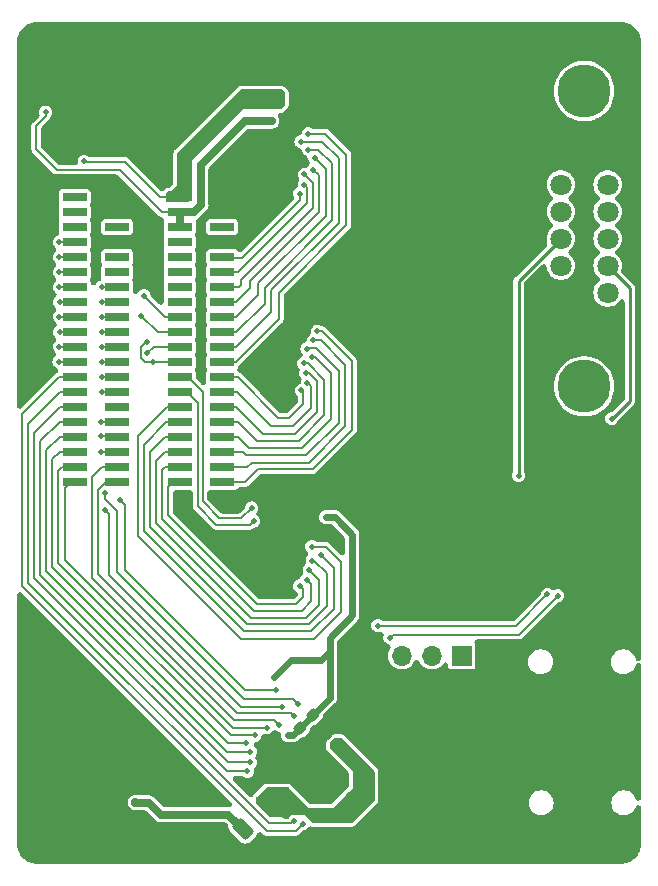
<source format=gbl>
G04 #@! TF.GenerationSoftware,KiCad,Pcbnew,7.0.9-7.0.9~ubuntu22.04.1*
G04 #@! TF.CreationDate,2023-12-05T21:20:47+02:00*
G04 #@! TF.ProjectId,iCE40HX-expansion,69434534-3048-4582-9d65-7870616e7369,rev?*
G04 #@! TF.SameCoordinates,Original*
G04 #@! TF.FileFunction,Copper,L2,Bot*
G04 #@! TF.FilePolarity,Positive*
%FSLAX46Y46*%
G04 Gerber Fmt 4.6, Leading zero omitted, Abs format (unit mm)*
G04 Created by KiCad (PCBNEW 7.0.9-7.0.9~ubuntu22.04.1) date 2023-12-05 21:20:47*
%MOMM*%
%LPD*%
G01*
G04 APERTURE LIST*
G04 Aperture macros list*
%AMRoundRect*
0 Rectangle with rounded corners*
0 $1 Rounding radius*
0 $2 $3 $4 $5 $6 $7 $8 $9 X,Y pos of 4 corners*
0 Add a 4 corners polygon primitive as box body*
4,1,4,$2,$3,$4,$5,$6,$7,$8,$9,$2,$3,0*
0 Add four circle primitives for the rounded corners*
1,1,$1+$1,$2,$3*
1,1,$1+$1,$4,$5*
1,1,$1+$1,$6,$7*
1,1,$1+$1,$8,$9*
0 Add four rect primitives between the rounded corners*
20,1,$1+$1,$2,$3,$4,$5,0*
20,1,$1+$1,$4,$5,$6,$7,0*
20,1,$1+$1,$6,$7,$8,$9,0*
20,1,$1+$1,$8,$9,$2,$3,0*%
G04 Aperture macros list end*
G04 #@! TA.AperFunction,ComponentPad*
%ADD10C,1.800000*%
G04 #@! TD*
G04 #@! TA.AperFunction,ComponentPad*
%ADD11C,4.500000*%
G04 #@! TD*
G04 #@! TA.AperFunction,ComponentPad*
%ADD12R,1.700000X1.700000*%
G04 #@! TD*
G04 #@! TA.AperFunction,ComponentPad*
%ADD13O,1.700000X1.700000*%
G04 #@! TD*
G04 #@! TA.AperFunction,SMDPad,CuDef*
%ADD14RoundRect,0.250000X0.220971X-0.662913X0.662913X-0.220971X-0.220971X0.662913X-0.662913X0.220971X0*%
G04 #@! TD*
G04 #@! TA.AperFunction,SMDPad,CuDef*
%ADD15RoundRect,0.225000X0.017678X-0.335876X0.335876X-0.017678X-0.017678X0.335876X-0.335876X0.017678X0*%
G04 #@! TD*
G04 #@! TA.AperFunction,SMDPad,CuDef*
%ADD16RoundRect,0.225000X-0.335876X-0.017678X-0.017678X-0.335876X0.335876X0.017678X0.017678X0.335876X0*%
G04 #@! TD*
G04 #@! TA.AperFunction,SMDPad,CuDef*
%ADD17R,2.100000X0.750000*%
G04 #@! TD*
G04 #@! TA.AperFunction,ViaPad*
%ADD18C,0.500000*%
G04 #@! TD*
G04 #@! TA.AperFunction,Conductor*
%ADD19C,0.200000*%
G04 #@! TD*
G04 #@! TA.AperFunction,Conductor*
%ADD20C,0.600000*%
G04 #@! TD*
G04 #@! TA.AperFunction,Conductor*
%ADD21C,0.650000*%
G04 #@! TD*
G04 #@! TA.AperFunction,Conductor*
%ADD22C,0.166000*%
G04 #@! TD*
G04 #@! TA.AperFunction,Conductor*
%ADD23C,0.250000*%
G04 #@! TD*
G04 APERTURE END LIST*
D10*
X149860000Y-64504000D03*
X149860000Y-66794000D03*
X149860000Y-69084000D03*
X149860000Y-71374000D03*
X149860000Y-73664000D03*
X151840000Y-63354000D03*
X151840000Y-65644000D03*
X151840000Y-67934000D03*
X151840000Y-70224000D03*
X151840000Y-72514000D03*
X153820000Y-64504000D03*
X153820000Y-66794000D03*
X153820000Y-69084000D03*
X153820000Y-71374000D03*
X153820000Y-73664000D03*
D11*
X151840000Y-81584000D03*
X151840000Y-56584000D03*
D12*
X141468000Y-104394000D03*
D13*
X138928000Y-104394000D03*
X136388000Y-104394000D03*
X133848000Y-104394000D03*
D14*
X122936000Y-119075200D03*
X125004288Y-117006912D03*
D15*
X127594992Y-117134008D03*
X128691008Y-116037992D03*
X126451992Y-116118008D03*
X127548008Y-115021992D03*
D16*
X128839592Y-109433992D03*
X129935608Y-110530008D03*
D17*
X117583400Y-65557400D03*
X121183400Y-65557400D03*
X117583400Y-66827400D03*
X121183400Y-66827400D03*
X117583400Y-68097400D03*
X121183400Y-68097400D03*
X117583400Y-69367400D03*
X121183400Y-69367400D03*
X117583400Y-70637400D03*
X121183400Y-70637400D03*
X117583400Y-71907400D03*
X121183400Y-71907400D03*
X117583400Y-73177400D03*
X121183400Y-73177400D03*
X117583400Y-74447400D03*
X121183400Y-74447400D03*
X117583400Y-75717400D03*
X121183400Y-75717400D03*
X117583400Y-76987400D03*
X121183400Y-76987400D03*
X117583400Y-78257400D03*
X121183400Y-78257400D03*
X117583400Y-79527400D03*
X121183400Y-79527400D03*
X117583400Y-80797400D03*
X121183400Y-80797400D03*
X117583400Y-82067400D03*
X121183400Y-82067400D03*
X117583400Y-83337400D03*
X121183400Y-83337400D03*
X117583400Y-84607400D03*
X121183400Y-84607400D03*
X117583400Y-85877400D03*
X121183400Y-85877400D03*
X117583400Y-87147400D03*
X121183400Y-87147400D03*
X117583400Y-88417400D03*
X121183400Y-88417400D03*
X117583400Y-89687400D03*
X121183400Y-89687400D03*
D15*
X132954391Y-114086007D03*
X134050407Y-112989991D03*
D16*
X127769491Y-110512808D03*
X128865507Y-111608824D03*
D17*
X108693400Y-65557400D03*
X112293400Y-65557400D03*
X108693400Y-66827400D03*
X112293400Y-66827400D03*
X108693400Y-68097400D03*
X112293400Y-68097400D03*
X108693400Y-69367400D03*
X112293400Y-69367400D03*
X108693400Y-70637400D03*
X112293400Y-70637400D03*
X108693400Y-71907400D03*
X112293400Y-71907400D03*
X108693400Y-73177400D03*
X112293400Y-73177400D03*
X108693400Y-74447400D03*
X112293400Y-74447400D03*
X108693400Y-75717400D03*
X112293400Y-75717400D03*
X108693400Y-76987400D03*
X112293400Y-76987400D03*
X108693400Y-78257400D03*
X112293400Y-78257400D03*
X108693400Y-79527400D03*
X112293400Y-79527400D03*
X108693400Y-80797400D03*
X112293400Y-80797400D03*
X108693400Y-82067400D03*
X112293400Y-82067400D03*
X108693400Y-83337400D03*
X112293400Y-83337400D03*
X108693400Y-84607400D03*
X112293400Y-84607400D03*
X108693400Y-85877400D03*
X112293400Y-85877400D03*
X108693400Y-87147400D03*
X112293400Y-87147400D03*
X108693400Y-88417400D03*
X112293400Y-88417400D03*
X108693400Y-89687400D03*
X112293400Y-89687400D03*
D16*
X132166992Y-117815992D03*
X133263008Y-118912008D03*
D15*
X131811392Y-112943008D03*
X132907408Y-111846992D03*
D16*
X133309992Y-116672992D03*
X134406008Y-117769008D03*
D18*
X132842000Y-58674000D03*
X133096000Y-75692000D03*
X130810000Y-94234000D03*
X145288000Y-104140000D03*
X145542000Y-115316000D03*
X127965200Y-57785000D03*
X138328400Y-118999000D03*
X136626600Y-108788200D03*
X133731000Y-119634000D03*
X138074400Y-110769400D03*
X144170400Y-109194600D03*
X141478000Y-121107200D03*
X141452600Y-118922800D03*
X134823200Y-115620800D03*
X125349000Y-65557400D03*
X144094200Y-110464600D03*
X142824200Y-108839000D03*
X136753600Y-118999000D03*
X136728200Y-121005600D03*
X138353800Y-121056400D03*
X115976400Y-111948000D03*
X132588000Y-86664800D03*
X148691600Y-95224600D03*
X127990600Y-73634600D03*
X120421400Y-120497600D03*
X143256000Y-121081800D03*
X136220200Y-112293400D03*
X128701800Y-115062000D03*
X144348200Y-120650000D03*
X126314200Y-82981800D03*
X132537200Y-69799200D03*
X128016000Y-90398600D03*
X134467600Y-120370600D03*
X127965200Y-74599800D03*
X125577600Y-99085400D03*
X147624800Y-94538800D03*
X127990600Y-91363800D03*
X145415000Y-120650000D03*
X135051800Y-111125000D03*
X148691600Y-85369400D03*
X142849600Y-110820200D03*
X135128000Y-88392000D03*
X140258800Y-117373400D03*
X145465800Y-119456200D03*
X140462000Y-108458000D03*
X123952000Y-54102000D03*
X135559800Y-119405400D03*
X128625600Y-113258600D03*
X113461800Y-119303800D03*
X135610600Y-120624600D03*
X134594600Y-118795800D03*
X143281400Y-118973600D03*
X127838200Y-119659400D03*
X136575800Y-110845600D03*
X149250400Y-86004400D03*
X138176000Y-108813600D03*
X127990600Y-56819800D03*
X135128000Y-71374000D03*
X139928600Y-121005600D03*
X129667000Y-114376200D03*
X141173200Y-110820200D03*
X127127000Y-114198400D03*
X114960400Y-112075000D03*
X135813800Y-114630200D03*
X109982000Y-54102000D03*
X124790200Y-99263200D03*
X115697000Y-120294400D03*
X125247400Y-82296000D03*
X144373600Y-119430800D03*
X141198600Y-108813600D03*
X135432800Y-109931200D03*
X134620000Y-114071400D03*
X136245600Y-113461800D03*
X125958600Y-66167000D03*
X105765600Y-55702200D03*
X135128000Y-54568401D03*
X139674600Y-110820200D03*
X145211800Y-109194600D03*
X135051800Y-112471200D03*
X106349800Y-60401200D03*
X145237200Y-110490000D03*
X133629400Y-117906800D03*
X130302000Y-118110000D03*
X130835400Y-111810800D03*
X131953000Y-116205000D03*
X126619000Y-117856000D03*
X106248200Y-58343800D03*
X126746000Y-111125000D03*
X131165600Y-93091000D03*
X125552200Y-106222800D03*
X124460000Y-59131200D03*
X129997200Y-92659200D03*
X125399800Y-59131200D03*
X126238000Y-105537000D03*
X124942600Y-56896000D03*
X126111000Y-56870600D03*
X125501400Y-57658000D03*
X109499400Y-62534800D03*
X127762000Y-65278000D03*
X128143000Y-64516000D03*
X128143000Y-63627000D03*
X128905000Y-63246000D03*
X114579400Y-73914000D03*
X129032000Y-62230000D03*
X114350800Y-75615800D03*
X128473200Y-61538401D03*
X114858800Y-78790800D03*
X135382000Y-102870000D03*
X149606000Y-99314000D03*
X127863600Y-60858400D03*
X114808000Y-77851000D03*
X115341400Y-79527400D03*
X134366000Y-101854000D03*
X148717000Y-99187000D03*
X128473200Y-60198000D03*
X123698000Y-91871800D03*
X127889000Y-81915000D03*
X123850400Y-92989400D03*
X128397000Y-81280000D03*
X128778000Y-95166500D03*
X128270000Y-80441800D03*
X129514600Y-95859600D03*
X128092200Y-79629000D03*
X128803400Y-96342200D03*
X128778000Y-79095600D03*
X128549400Y-97155000D03*
X128371600Y-78384400D03*
X128346200Y-97942400D03*
X128905000Y-77698600D03*
X127736600Y-98475800D03*
X129235200Y-76911200D03*
X107391200Y-69367400D03*
X107391200Y-70637400D03*
X107391200Y-71907400D03*
X107391200Y-73177400D03*
X110998000Y-73177400D03*
X107416600Y-74447400D03*
X110998000Y-74447400D03*
X107391200Y-75692000D03*
X110998000Y-75717400D03*
X107416600Y-76987400D03*
X111023400Y-76987400D03*
X107391200Y-78232000D03*
X110972600Y-78257400D03*
X107365800Y-79502000D03*
X110998000Y-79527400D03*
X128016000Y-118618000D03*
X110972600Y-80797400D03*
X127254000Y-118364000D03*
X111023400Y-82067400D03*
X123317000Y-114173000D03*
X123571000Y-113411000D03*
X110921800Y-84582000D03*
X112547400Y-91186000D03*
X125704600Y-107264200D03*
X123571000Y-112522000D03*
X126238000Y-108712000D03*
X111226600Y-92024200D03*
X110947200Y-85826600D03*
X123190000Y-111760000D03*
X110947200Y-87172800D03*
X127571500Y-108496100D03*
X111226600Y-90627200D03*
X123952000Y-111125000D03*
X125984000Y-110236000D03*
X124968000Y-110490000D03*
X127262186Y-109516614D03*
X146278600Y-89154000D03*
X154178000Y-84328000D03*
X113817400Y-116814600D03*
X114960400Y-116840000D03*
D19*
X146050000Y-101854000D02*
X134366000Y-101854000D01*
X148717000Y-99187000D02*
X146050000Y-101854000D01*
X135636000Y-102616000D02*
X135382000Y-102870000D01*
X149606000Y-99314000D02*
X146304000Y-102616000D01*
X146304000Y-102616000D02*
X135636000Y-102616000D01*
D20*
X131165600Y-93091000D02*
X132207000Y-94132400D01*
X132207000Y-94132400D02*
X132207000Y-100965000D01*
X132207000Y-100965000D02*
X130302000Y-102870000D01*
X130302000Y-102870000D02*
X130302000Y-103987600D01*
D21*
X123088400Y-59131200D02*
X119405400Y-62814200D01*
D19*
X106248200Y-58343800D02*
X106248200Y-58724800D01*
D20*
X127157299Y-111125000D02*
X126746000Y-111125000D01*
X127025400Y-104749600D02*
X129540000Y-104749600D01*
X127769491Y-110512808D02*
X127157299Y-111125000D01*
X130733800Y-92659200D02*
X131165600Y-93091000D01*
D19*
X107213400Y-63246000D02*
X112496600Y-63246000D01*
D20*
X130302000Y-107971584D02*
X130302000Y-103987600D01*
D19*
X116078000Y-66827400D02*
X117583400Y-66827400D01*
X112496600Y-63246000D02*
X116078000Y-66827400D01*
D20*
X127769491Y-110512808D02*
X127769491Y-110504093D01*
X129997200Y-92659200D02*
X130733800Y-92659200D01*
D21*
X119405400Y-66217800D02*
X118795800Y-66827400D01*
X117583400Y-68097400D02*
X117583400Y-66827400D01*
D19*
X106248200Y-58724800D02*
X105435400Y-59537600D01*
D21*
X119405400Y-62814200D02*
X119405400Y-66217800D01*
X118795800Y-66827400D02*
X117583400Y-66827400D01*
X125399800Y-59131200D02*
X123088400Y-59131200D01*
D19*
X105435400Y-61468000D02*
X107213400Y-63246000D01*
D20*
X125552200Y-106222800D02*
X126238000Y-105537000D01*
X127769491Y-110504093D02*
X130302000Y-107971584D01*
X126238000Y-105537000D02*
X127025400Y-104749600D01*
D19*
X105435400Y-59537600D02*
X105435400Y-61468000D01*
D20*
X129540000Y-104749600D02*
X130302000Y-103987600D01*
D19*
X115925600Y-65557400D02*
X117583400Y-65557400D01*
X109550200Y-62585600D02*
X112953800Y-62585600D01*
X112953800Y-62585600D02*
X115925600Y-65557400D01*
X109499400Y-62534800D02*
X109550200Y-62585600D01*
X121234200Y-70688200D02*
X121183400Y-70637400D01*
X127762000Y-65278000D02*
X127762000Y-65811400D01*
X127762000Y-65811400D02*
X122885200Y-70688200D01*
X122885200Y-70688200D02*
X121234200Y-70688200D01*
X128143000Y-64516000D02*
X128371600Y-64744600D01*
X128371600Y-66040000D02*
X122504200Y-71907400D01*
X122504200Y-71907400D02*
X121183400Y-71907400D01*
X128371600Y-64744600D02*
X128371600Y-66040000D01*
X122809000Y-72567800D02*
X128854200Y-66522600D01*
X122809000Y-72999600D02*
X122809000Y-72567800D01*
X128854200Y-64338200D02*
X128143000Y-63627000D01*
X121183400Y-73177400D02*
X122631200Y-73177400D01*
X128854200Y-66522600D02*
X128854200Y-64338200D01*
X122631200Y-73177400D02*
X122809000Y-72999600D01*
X129387600Y-66852800D02*
X129387600Y-63728600D01*
X129387600Y-63728600D02*
X128905000Y-63246000D01*
X121183400Y-74447400D02*
X122351800Y-74447400D01*
X122351800Y-74447400D02*
X123545600Y-73253600D01*
X123545600Y-73253600D02*
X123545600Y-72694800D01*
X123545600Y-72694800D02*
X129387600Y-66852800D01*
D22*
X117583400Y-75717400D02*
X116382800Y-75717400D01*
X116382800Y-75717400D02*
X114579400Y-73914000D01*
D19*
X124231400Y-73863200D02*
X122377200Y-75717400D01*
X124231400Y-72872600D02*
X124231400Y-73863200D01*
X122377200Y-75717400D02*
X121183400Y-75717400D01*
X129971800Y-63169800D02*
X129971800Y-67132200D01*
X129032000Y-62230000D02*
X129971800Y-63169800D01*
X129971800Y-67132200D02*
X124231400Y-72872600D01*
D22*
X115722400Y-76987400D02*
X117583400Y-76987400D01*
X114350800Y-75615800D02*
X115722400Y-76987400D01*
D19*
X128473200Y-61538401D02*
X129331001Y-61538401D01*
X130505200Y-62712600D02*
X130505200Y-67513200D01*
X130505200Y-67513200D02*
X124790200Y-73228200D01*
X124790200Y-74587100D02*
X122389900Y-76987400D01*
X129331001Y-61538401D02*
X130505200Y-62712600D01*
X124790200Y-73228200D02*
X124790200Y-74587100D01*
X122389900Y-76987400D02*
X121183400Y-76987400D01*
X114858800Y-78790800D02*
X115392200Y-78257400D01*
X115392200Y-78257400D02*
X117583400Y-78257400D01*
X131089400Y-67716400D02*
X125349000Y-73456800D01*
X131089400Y-62280800D02*
X131089400Y-67716400D01*
X125349000Y-73456800D02*
X125349000Y-75269400D01*
X127863600Y-60858400D02*
X129667000Y-60858400D01*
X122361000Y-78257400D02*
X121183400Y-78257400D01*
X129667000Y-60858400D02*
X131089400Y-62280800D01*
X125349000Y-75269400D02*
X122361000Y-78257400D01*
D22*
X115341400Y-79527400D02*
X114655600Y-79527400D01*
X114274600Y-78282800D02*
X114706400Y-77851000D01*
X114706400Y-77851000D02*
X114808000Y-77851000D01*
D19*
X115341400Y-79527400D02*
X117583400Y-79527400D01*
D22*
X114655600Y-79527400D02*
X114274600Y-79146400D01*
X114274600Y-79146400D02*
X114274600Y-78282800D01*
D19*
X131699000Y-67945000D02*
X125984000Y-73660000D01*
X129936818Y-60198000D02*
X131699000Y-61960182D01*
X125984000Y-75920600D02*
X122377200Y-79527400D01*
X131699000Y-61960182D02*
X131699000Y-67945000D01*
X128473200Y-60198000D02*
X129936818Y-60198000D01*
X125984000Y-73660000D02*
X125984000Y-75920600D01*
X122377200Y-79527400D02*
X121183400Y-79527400D01*
X118258400Y-80797400D02*
X117583400Y-80797400D01*
X122809000Y-92760800D02*
X120954800Y-92760800D01*
X119526000Y-82065000D02*
X118258400Y-80797400D01*
X117583400Y-80797400D02*
X116908400Y-80797400D01*
X120954800Y-92760800D02*
X119526000Y-91332000D01*
X119526000Y-91332000D02*
X119526000Y-82065000D01*
X116908400Y-80797400D02*
X116883000Y-80772000D01*
X123698000Y-91871800D02*
X122809000Y-92760800D01*
X121183400Y-80797400D02*
X122504200Y-80797400D01*
X128016000Y-82042000D02*
X127889000Y-81915000D01*
X122504200Y-80797400D02*
X125933200Y-84226400D01*
X128016000Y-83058000D02*
X128016000Y-82042000D01*
X125933200Y-84226400D02*
X126847600Y-84226400D01*
X126847600Y-84226400D02*
X128016000Y-83058000D01*
X119126000Y-91744800D02*
X119126000Y-82975000D01*
X123850400Y-92989400D02*
X123520200Y-93319600D01*
X118218400Y-82067400D02*
X117583400Y-82067400D01*
X119126000Y-82975000D02*
X118218400Y-82067400D01*
X120700800Y-93319600D02*
X119126000Y-91744800D01*
X123520200Y-93319600D02*
X120700800Y-93319600D01*
X127152400Y-84937600D02*
X128701800Y-83388200D01*
X121183400Y-82067400D02*
X122428000Y-82067400D01*
X128701800Y-83388200D02*
X128701800Y-81584800D01*
X125298200Y-84937600D02*
X127152400Y-84937600D01*
X128701800Y-81584800D02*
X128397000Y-81280000D01*
X122428000Y-82067400D02*
X125298200Y-84937600D01*
X128778000Y-95166500D02*
X129964500Y-95166500D01*
X116509800Y-83337400D02*
X117583400Y-83337400D01*
X128955800Y-102946200D02*
X122758200Y-102946200D01*
X114046000Y-94234000D02*
X114046000Y-85801200D01*
X114046000Y-85801200D02*
X116509800Y-83337400D01*
X129964500Y-95166500D02*
X131241800Y-96443800D01*
X131241800Y-96443800D02*
X131241800Y-100660200D01*
X131241800Y-100660200D02*
X128955800Y-102946200D01*
X122758200Y-102946200D02*
X114046000Y-94234000D01*
X129235200Y-83743800D02*
X127381000Y-85598000D01*
X129235200Y-81153000D02*
X129235200Y-83743800D01*
X128270000Y-80441800D02*
X128524000Y-80441800D01*
X124637800Y-85598000D02*
X122377200Y-83337400D01*
X122377200Y-83337400D02*
X121183400Y-83337400D01*
X128524000Y-80441800D02*
X129235200Y-81153000D01*
X127381000Y-85598000D02*
X124637800Y-85598000D01*
X114554000Y-93853000D02*
X114554000Y-86512400D01*
X123037600Y-102336600D02*
X114554000Y-93853000D01*
X128727200Y-102336600D02*
X123037600Y-102336600D01*
X130657600Y-97002600D02*
X130657600Y-100406200D01*
X130657600Y-100406200D02*
X128727200Y-102336600D01*
X114554000Y-86512400D02*
X116459000Y-84607400D01*
X129514600Y-95859600D02*
X130657600Y-97002600D01*
X116459000Y-84607400D02*
X117583400Y-84607400D01*
X129844800Y-84023200D02*
X127660400Y-86207600D01*
X122504200Y-84607400D02*
X121183400Y-84607400D01*
X127660400Y-86207600D02*
X124104400Y-86207600D01*
X124104400Y-86207600D02*
X122504200Y-84607400D01*
X128447800Y-79629000D02*
X129844800Y-81026000D01*
X129844800Y-81026000D02*
X129844800Y-84023200D01*
X128092200Y-79629000D02*
X128447800Y-79629000D01*
X115062000Y-93459300D02*
X115062000Y-87147400D01*
X128803400Y-96342200D02*
X128989109Y-96342200D01*
X115062000Y-87147400D02*
X116332000Y-85877400D01*
X128524000Y-101727000D02*
X123329700Y-101727000D01*
X128989109Y-96342200D02*
X130048000Y-97401091D01*
X130048000Y-100203000D02*
X128524000Y-101727000D01*
X116332000Y-85877400D02*
X117583400Y-85877400D01*
X130048000Y-97401091D02*
X130048000Y-100203000D01*
X123329700Y-101727000D02*
X115062000Y-93459300D01*
X129032000Y-79095600D02*
X130429000Y-80492600D01*
X127939800Y-86817200D02*
X123494800Y-86817200D01*
X130429000Y-80492600D02*
X130429000Y-84328000D01*
X128778000Y-79095600D02*
X129032000Y-79095600D01*
X123494800Y-86817200D02*
X122555000Y-85877400D01*
X130429000Y-84328000D02*
X127939800Y-86817200D01*
X122555000Y-85877400D02*
X121183400Y-85877400D01*
X115611000Y-93157400D02*
X115611000Y-87893800D01*
X116357400Y-87147400D02*
X117583400Y-87147400D01*
X129362200Y-97967800D02*
X129362200Y-100126800D01*
X128549400Y-97155000D02*
X129362200Y-97967800D01*
X128320800Y-101168200D02*
X123621800Y-101168200D01*
X129362200Y-100126800D02*
X128320800Y-101168200D01*
X115611000Y-87893800D02*
X116357400Y-87147400D01*
X123621800Y-101168200D02*
X115611000Y-93157400D01*
X131038600Y-84709000D02*
X128320800Y-87426800D01*
X123190000Y-87426800D02*
X122910600Y-87147400D01*
X128371600Y-78384400D02*
X128397000Y-78359000D01*
X129133600Y-78359000D02*
X131038600Y-80264000D01*
X131038600Y-80264000D02*
X131038600Y-84709000D01*
X128320800Y-87426800D02*
X123190000Y-87426800D01*
X122910600Y-87147400D02*
X121183400Y-87147400D01*
X128397000Y-78359000D02*
X129133600Y-78359000D01*
X127914400Y-100584000D02*
X123850400Y-100584000D01*
X128727200Y-98323400D02*
X128727200Y-99771200D01*
X128346200Y-97942400D02*
X128727200Y-98323400D01*
X116078000Y-92811600D02*
X116078000Y-88696800D01*
X128727200Y-99771200D02*
X127914400Y-100584000D01*
X116078000Y-88696800D02*
X116357400Y-88417400D01*
X123850400Y-100584000D02*
X116078000Y-92811600D01*
X116357400Y-88417400D02*
X117583400Y-88417400D01*
X128905000Y-77698600D02*
X129514600Y-77698600D01*
X128524000Y-88036400D02*
X123672600Y-88036400D01*
X131622800Y-84937600D02*
X128524000Y-88036400D01*
X131622800Y-79806800D02*
X131622800Y-84937600D01*
X129514600Y-77698600D02*
X131622800Y-79806800D01*
X123291600Y-88417400D02*
X121183400Y-88417400D01*
X123672600Y-88036400D02*
X123291600Y-88417400D01*
X128016000Y-99441000D02*
X127457200Y-99999800D01*
X116636800Y-92506800D02*
X116636800Y-90068400D01*
X127457200Y-99999800D02*
X124129800Y-99999800D01*
X124129800Y-99999800D02*
X116636800Y-92506800D01*
X116636800Y-90068400D02*
X117017800Y-89687400D01*
X128016000Y-98755200D02*
X128016000Y-99441000D01*
X117017800Y-89687400D02*
X117583400Y-89687400D01*
X127736600Y-98475800D02*
X128016000Y-98755200D01*
X132181600Y-85293200D02*
X128854200Y-88620600D01*
X129641600Y-76911200D02*
X132181600Y-79451200D01*
X124180600Y-88620600D02*
X123113800Y-89687400D01*
X132181600Y-79451200D02*
X132181600Y-85293200D01*
X129235200Y-76911200D02*
X129641600Y-76911200D01*
X128854200Y-88620600D02*
X124180600Y-88620600D01*
X123113800Y-89687400D02*
X121183400Y-89687400D01*
X108693400Y-69367400D02*
X107391200Y-69367400D01*
X107391200Y-70637400D02*
X108693400Y-70637400D01*
X107391200Y-71907400D02*
X108693400Y-71907400D01*
X107391200Y-73177400D02*
X108693400Y-73177400D01*
X110998000Y-73177400D02*
X112293400Y-73177400D01*
X107416600Y-74447400D02*
X108693400Y-74447400D01*
X110998000Y-74447400D02*
X112293400Y-74447400D01*
X108693400Y-75717400D02*
X107416600Y-75717400D01*
X107416600Y-75717400D02*
X107391200Y-75692000D01*
X110998000Y-75717400D02*
X112293400Y-75717400D01*
X107416600Y-76987400D02*
X108693400Y-76987400D01*
X111023400Y-76987400D02*
X112293400Y-76987400D01*
X108693400Y-78257400D02*
X107416600Y-78257400D01*
X107416600Y-78257400D02*
X107391200Y-78232000D01*
X112293400Y-78257400D02*
X110972600Y-78257400D01*
X107391200Y-79527400D02*
X108693400Y-79527400D01*
X107365800Y-79502000D02*
X107391200Y-79527400D01*
X110998000Y-79527400D02*
X112293400Y-79527400D01*
X104267000Y-83921600D02*
X107391200Y-80797400D01*
X128016000Y-118618000D02*
X127406400Y-119227600D01*
X127406400Y-119227600D02*
X124968000Y-119227600D01*
X124968000Y-119227600D02*
X104267000Y-98526600D01*
X108693400Y-80797400D02*
X109368400Y-80797400D01*
X107391200Y-80797400D02*
X108693400Y-80797400D01*
X104267000Y-98526600D02*
X104267000Y-83921600D01*
X112293400Y-80797400D02*
X110972600Y-80797400D01*
X104775000Y-98196400D02*
X104775000Y-84734400D01*
X127050800Y-118567200D02*
X125145800Y-118567200D01*
X127254000Y-118364000D02*
X127050800Y-118567200D01*
X104775000Y-84734400D02*
X107442000Y-82067400D01*
X125145800Y-118567200D02*
X104775000Y-98196400D01*
X107442000Y-82067400D02*
X108693400Y-82067400D01*
X112293400Y-82067400D02*
X111023400Y-82067400D01*
X123317000Y-114173000D02*
X121615200Y-114173000D01*
X107442000Y-83337400D02*
X108693400Y-83337400D01*
X121615200Y-114173000D02*
X105283000Y-97840800D01*
X105283000Y-97840800D02*
X105283000Y-85496400D01*
X105283000Y-85496400D02*
X107442000Y-83337400D01*
X123571000Y-113411000D02*
X121640600Y-113411000D01*
X105791000Y-86233000D02*
X107416600Y-84607400D01*
X121640600Y-113411000D02*
X105791000Y-97561400D01*
X105791000Y-97561400D02*
X105791000Y-86233000D01*
X107416600Y-84607400D02*
X108693400Y-84607400D01*
X112979200Y-97155000D02*
X123088400Y-107264200D01*
X110921800Y-84582000D02*
X112268000Y-84582000D01*
X112979200Y-91617800D02*
X112979200Y-97155000D01*
X112547400Y-91186000D02*
X112979200Y-91617800D01*
X123088400Y-107264200D02*
X125704600Y-107264200D01*
X112268000Y-84582000D02*
X112293400Y-84607400D01*
X107416600Y-85877400D02*
X108693400Y-85877400D01*
X106299000Y-86995000D02*
X107416600Y-85877400D01*
X106299000Y-97256600D02*
X106299000Y-86995000D01*
X121564400Y-112522000D02*
X106299000Y-97256600D01*
X123571000Y-112522000D02*
X121564400Y-112522000D01*
X110947200Y-85826600D02*
X112242600Y-85826600D01*
X111226600Y-92024200D02*
X111607600Y-92405200D01*
X122783600Y-108712000D02*
X126238000Y-108712000D01*
X111607600Y-97536000D02*
X122783600Y-108712000D01*
X111607600Y-92405200D02*
X111607600Y-97536000D01*
X112242600Y-85826600D02*
X112293400Y-85877400D01*
X107416600Y-87147400D02*
X108693400Y-87147400D01*
X123190000Y-111760000D02*
X121691400Y-111760000D01*
X121691400Y-111760000D02*
X106807000Y-96875600D01*
X106807000Y-87757000D02*
X107416600Y-87147400D01*
X106807000Y-96875600D02*
X106807000Y-87757000D01*
X110972600Y-87147400D02*
X112293400Y-87147400D01*
X111226600Y-90627200D02*
X111226600Y-91109800D01*
X112268000Y-97307400D02*
X123037600Y-108077000D01*
X112268000Y-92151200D02*
X112268000Y-97307400D01*
X111226600Y-91109800D02*
X112268000Y-92151200D01*
X123037600Y-108077000D02*
X127152400Y-108077000D01*
X110947200Y-87172800D02*
X110972600Y-87147400D01*
X127152400Y-108077000D02*
X127571500Y-108496100D01*
X121894600Y-111125000D02*
X107315000Y-96545400D01*
X123952000Y-111125000D02*
X121894600Y-111125000D01*
X107315000Y-88747600D02*
X107645200Y-88417400D01*
X107315000Y-96545400D02*
X107315000Y-88747600D01*
X107645200Y-88417400D02*
X108693400Y-88417400D01*
X125984000Y-110236000D02*
X125552200Y-109804200D01*
X110972600Y-88417400D02*
X112293400Y-88417400D01*
X110159800Y-97790000D02*
X110159800Y-89230200D01*
X125552200Y-109804200D02*
X122174000Y-109804200D01*
X110159800Y-89230200D02*
X110972600Y-88417400D01*
X122174000Y-109804200D02*
X110159800Y-97790000D01*
X122072400Y-110490000D02*
X107848400Y-96266000D01*
X107848400Y-96266000D02*
X107848400Y-90170000D01*
X108331000Y-89687400D02*
X108693400Y-89687400D01*
X107848400Y-90170000D02*
X108331000Y-89687400D01*
X124968000Y-110490000D02*
X122072400Y-110490000D01*
X122478800Y-109270800D02*
X110642400Y-97434400D01*
X110642400Y-97434400D02*
X110642400Y-90373200D01*
X127016372Y-109270800D02*
X122478800Y-109270800D01*
X111328200Y-89687400D02*
X112293400Y-89687400D01*
X110642400Y-90373200D02*
X111328200Y-89687400D01*
X127262186Y-109516614D02*
X127016372Y-109270800D01*
D23*
X146278600Y-89154000D02*
X146278600Y-72665400D01*
X146278600Y-72665400D02*
X149860000Y-69084000D01*
X155702000Y-75692000D02*
X155702000Y-82804000D01*
X155702000Y-82804000D02*
X154178000Y-84328000D01*
X153820000Y-71374000D02*
X155702000Y-73256000D01*
X155702000Y-73256000D02*
X155702000Y-75692000D01*
D21*
X114960400Y-116840000D02*
X113842800Y-116840000D01*
X121709544Y-117848744D02*
X115969144Y-117848744D01*
X115969144Y-117848744D02*
X114960400Y-116840000D01*
X113842800Y-116840000D02*
X113817400Y-116814600D01*
X122936000Y-119075200D02*
X121709544Y-117848744D01*
D19*
X108668000Y-65532000D02*
X108693400Y-65557400D01*
G04 #@! TA.AperFunction,Conductor*
G36*
X154976431Y-50719817D02*
G01*
X155001829Y-50721633D01*
X155196113Y-50735528D01*
X155231261Y-50740582D01*
X155433408Y-50784557D01*
X155467477Y-50794560D01*
X155661319Y-50866859D01*
X155693620Y-50881610D01*
X155875195Y-50980758D01*
X155905073Y-50999960D01*
X156070676Y-51123929D01*
X156097526Y-51147194D01*
X156243805Y-51293473D01*
X156267070Y-51320323D01*
X156381452Y-51473120D01*
X156391036Y-51485922D01*
X156410243Y-51515808D01*
X156509385Y-51697371D01*
X156524144Y-51729689D01*
X156596436Y-51923514D01*
X156606444Y-51957600D01*
X156650415Y-52159728D01*
X156655472Y-52194895D01*
X156671183Y-52414569D01*
X156671500Y-52423453D01*
X156671500Y-104593858D01*
X156652546Y-104689146D01*
X156598570Y-104769928D01*
X156517788Y-104823904D01*
X156422500Y-104842858D01*
X156327212Y-104823904D01*
X156246430Y-104769928D01*
X156192454Y-104689146D01*
X156184222Y-104666139D01*
X156133231Y-104498044D01*
X156058689Y-104358588D01*
X156035685Y-104315550D01*
X156035683Y-104315547D01*
X155904416Y-104155596D01*
X155904403Y-104155583D01*
X155744452Y-104024316D01*
X155561955Y-103926768D01*
X155363934Y-103866699D01*
X155209608Y-103851500D01*
X155106392Y-103851500D01*
X155106391Y-103851500D01*
X154952065Y-103866699D01*
X154754044Y-103926768D01*
X154571547Y-104024316D01*
X154411596Y-104155583D01*
X154411583Y-104155596D01*
X154280316Y-104315547D01*
X154182768Y-104498044D01*
X154122700Y-104696065D01*
X154102417Y-104902000D01*
X154122700Y-105107934D01*
X154182768Y-105305955D01*
X154280316Y-105488452D01*
X154411583Y-105648403D01*
X154411596Y-105648416D01*
X154571547Y-105779683D01*
X154571548Y-105779683D01*
X154571550Y-105779685D01*
X154754046Y-105877232D01*
X154865841Y-105911144D01*
X154952065Y-105937300D01*
X154967265Y-105938796D01*
X155106392Y-105952500D01*
X155106395Y-105952500D01*
X155209605Y-105952500D01*
X155209608Y-105952500D01*
X155363934Y-105937300D01*
X155561954Y-105877232D01*
X155744450Y-105779685D01*
X155904410Y-105648410D01*
X156035685Y-105488450D01*
X156133232Y-105305954D01*
X156184222Y-105137861D01*
X156230020Y-105052177D01*
X156305122Y-104990543D01*
X156398093Y-104962340D01*
X156494780Y-104971863D01*
X156580464Y-105017661D01*
X156642098Y-105092763D01*
X156670301Y-105185734D01*
X156671500Y-105210141D01*
X156671500Y-116413181D01*
X156652546Y-116508469D01*
X156598570Y-116589251D01*
X156517788Y-116643227D01*
X156422500Y-116662181D01*
X156327212Y-116643227D01*
X156246430Y-116589251D01*
X156192454Y-116508469D01*
X156184222Y-116485462D01*
X156169232Y-116436046D01*
X156071685Y-116253550D01*
X156071683Y-116253547D01*
X155940416Y-116093596D01*
X155940403Y-116093583D01*
X155780452Y-115962316D01*
X155597955Y-115864768D01*
X155399934Y-115804699D01*
X155245608Y-115789500D01*
X155142392Y-115789500D01*
X155142391Y-115789500D01*
X154988065Y-115804699D01*
X154790044Y-115864768D01*
X154607547Y-115962316D01*
X154447596Y-116093583D01*
X154447583Y-116093596D01*
X154316316Y-116253547D01*
X154218768Y-116436044D01*
X154158700Y-116634065D01*
X154138417Y-116840000D01*
X154158700Y-117045934D01*
X154218768Y-117243955D01*
X154316316Y-117426452D01*
X154447583Y-117586403D01*
X154447596Y-117586416D01*
X154607547Y-117717683D01*
X154607548Y-117717683D01*
X154607550Y-117717685D01*
X154790046Y-117815232D01*
X154901841Y-117849144D01*
X154988065Y-117875300D01*
X155003265Y-117876796D01*
X155142392Y-117890500D01*
X155142395Y-117890500D01*
X155245605Y-117890500D01*
X155245608Y-117890500D01*
X155399934Y-117875300D01*
X155597954Y-117815232D01*
X155780450Y-117717685D01*
X155940410Y-117586410D01*
X156071685Y-117426450D01*
X156169232Y-117243954D01*
X156184222Y-117194537D01*
X156230020Y-117108855D01*
X156305122Y-117047220D01*
X156398093Y-117019017D01*
X156494780Y-117028540D01*
X156580463Y-117074338D01*
X156642098Y-117149440D01*
X156670301Y-117242411D01*
X156671500Y-117266818D01*
X156671500Y-120296546D01*
X156671183Y-120305430D01*
X156655472Y-120525104D01*
X156650415Y-120560271D01*
X156606444Y-120762399D01*
X156596436Y-120796485D01*
X156524144Y-120990310D01*
X156509385Y-121022628D01*
X156410243Y-121204191D01*
X156391036Y-121234077D01*
X156267070Y-121399676D01*
X156243805Y-121426526D01*
X156097526Y-121572805D01*
X156070676Y-121596070D01*
X155905077Y-121720036D01*
X155875191Y-121739243D01*
X155693628Y-121838385D01*
X155661310Y-121853144D01*
X155467485Y-121925436D01*
X155433399Y-121935444D01*
X155231271Y-121979415D01*
X155196104Y-121984472D01*
X154976432Y-122000183D01*
X154967547Y-122000500D01*
X105509453Y-122000500D01*
X105500569Y-122000183D01*
X105280895Y-121984472D01*
X105245728Y-121979415D01*
X105043600Y-121935444D01*
X105009514Y-121925436D01*
X104815689Y-121853144D01*
X104783371Y-121838385D01*
X104601808Y-121739243D01*
X104571922Y-121720036D01*
X104406323Y-121596070D01*
X104379473Y-121572805D01*
X104233194Y-121426526D01*
X104209929Y-121399676D01*
X104085960Y-121234073D01*
X104066756Y-121204191D01*
X103967610Y-121022620D01*
X103952859Y-120990319D01*
X103880560Y-120796477D01*
X103870557Y-120762408D01*
X103826582Y-120560261D01*
X103821528Y-120525113D01*
X103805817Y-120305430D01*
X103805500Y-120296546D01*
X103805500Y-99232632D01*
X103824454Y-99137344D01*
X103878430Y-99056562D01*
X103959212Y-99002586D01*
X104054500Y-98983632D01*
X104149788Y-99002586D01*
X104230566Y-99056559D01*
X121972184Y-116798177D01*
X122026158Y-116878956D01*
X122045112Y-116974244D01*
X122026158Y-117069532D01*
X121972182Y-117150314D01*
X121891400Y-117204290D01*
X121796112Y-117223244D01*
X121778368Y-117223244D01*
X121739420Y-117220179D01*
X121729348Y-117218584D01*
X121685898Y-117222691D01*
X121674176Y-117223244D01*
X116331375Y-117223244D01*
X116236087Y-117204290D01*
X116155305Y-117150314D01*
X115465044Y-116460052D01*
X115457144Y-116451370D01*
X115446188Y-116438125D01*
X115395764Y-116390773D01*
X115374864Y-116369873D01*
X115371709Y-116367426D01*
X115362795Y-116359812D01*
X115330984Y-116329940D01*
X115330979Y-116329936D01*
X115322044Y-116325024D01*
X115289388Y-116303573D01*
X115281338Y-116297328D01*
X115281332Y-116297325D01*
X115241270Y-116279988D01*
X115230736Y-116274827D01*
X115192491Y-116253802D01*
X115182614Y-116251266D01*
X115145656Y-116238612D01*
X115136300Y-116234563D01*
X115136291Y-116234560D01*
X115093179Y-116227732D01*
X115081693Y-116225353D01*
X115051591Y-116217625D01*
X115039419Y-116214500D01*
X115039418Y-116214500D01*
X115029224Y-116214500D01*
X114990276Y-116211435D01*
X114980204Y-116209840D01*
X114936754Y-116213947D01*
X114925032Y-116214500D01*
X114046597Y-116214500D01*
X114007646Y-116211435D01*
X113993296Y-116209162D01*
X113837204Y-116184440D01*
X113837203Y-116184440D01*
X113679869Y-116199312D01*
X113531169Y-116252847D01*
X113400463Y-116341674D01*
X113400459Y-116341677D01*
X113295951Y-116460219D01*
X113295950Y-116460221D01*
X113224201Y-116601034D01*
X113189726Y-116755264D01*
X113194690Y-116913226D01*
X113194691Y-116913231D01*
X113238780Y-117064985D01*
X113238780Y-117064987D01*
X113319229Y-117201018D01*
X113319232Y-117201022D01*
X113338146Y-117219937D01*
X113346043Y-117228616D01*
X113357013Y-117241877D01*
X113371136Y-117255139D01*
X113407438Y-117289229D01*
X113428329Y-117310120D01*
X113431474Y-117312559D01*
X113440392Y-117320176D01*
X113472214Y-117350059D01*
X113472215Y-117350059D01*
X113472218Y-117350062D01*
X113481158Y-117354976D01*
X113513805Y-117376422D01*
X113521864Y-117382673D01*
X113561941Y-117400015D01*
X113572444Y-117405161D01*
X113610708Y-117426197D01*
X113620572Y-117428729D01*
X113657547Y-117441388D01*
X113666904Y-117445438D01*
X113710026Y-117452267D01*
X113721512Y-117454647D01*
X113763781Y-117465500D01*
X113773976Y-117465500D01*
X113812924Y-117468565D01*
X113814844Y-117468868D01*
X113822996Y-117470160D01*
X113857382Y-117466909D01*
X113866446Y-117466053D01*
X113878168Y-117465500D01*
X114598171Y-117465500D01*
X114693459Y-117484454D01*
X114774237Y-117538427D01*
X115126308Y-117890499D01*
X115464487Y-118228678D01*
X115472384Y-118237357D01*
X115483357Y-118250620D01*
X115483358Y-118250621D01*
X115533779Y-118297970D01*
X115554673Y-118318864D01*
X115557818Y-118321303D01*
X115566736Y-118328920D01*
X115598558Y-118358803D01*
X115598559Y-118358803D01*
X115598562Y-118358806D01*
X115607502Y-118363720D01*
X115640152Y-118385168D01*
X115648208Y-118391417D01*
X115648209Y-118391417D01*
X115648210Y-118391418D01*
X115688258Y-118408748D01*
X115698799Y-118413911D01*
X115737052Y-118434941D01*
X115746932Y-118437477D01*
X115783888Y-118450130D01*
X115793248Y-118454181D01*
X115836352Y-118461008D01*
X115847838Y-118463386D01*
X115890125Y-118474244D01*
X115900323Y-118474244D01*
X115939274Y-118477309D01*
X115949340Y-118478904D01*
X115983062Y-118475716D01*
X115992790Y-118474797D01*
X116004512Y-118474244D01*
X121347314Y-118474244D01*
X121442602Y-118493198D01*
X121523384Y-118547174D01*
X121644482Y-118668272D01*
X121698458Y-118749054D01*
X121717412Y-118844342D01*
X121717412Y-118854229D01*
X121738017Y-119004145D01*
X121738018Y-119004150D01*
X121798305Y-119142947D01*
X121798305Y-119142948D01*
X121812115Y-119160527D01*
X121853347Y-119213014D01*
X122798186Y-120157853D01*
X122798190Y-120157856D01*
X122798191Y-120157857D01*
X122868251Y-120212894D01*
X122961519Y-120253405D01*
X123007051Y-120273182D01*
X123156971Y-120293788D01*
X123306891Y-120273182D01*
X123445692Y-120212893D01*
X123515755Y-120157853D01*
X124018653Y-119654955D01*
X124051419Y-119613246D01*
X124073691Y-119584895D01*
X124073693Y-119584891D01*
X124133982Y-119446091D01*
X124133982Y-119446086D01*
X124135431Y-119442752D01*
X124190777Y-119362903D01*
X124272468Y-119310312D01*
X124368065Y-119292986D01*
X124463016Y-119313563D01*
X124539884Y-119365877D01*
X124707091Y-119533084D01*
X124707092Y-119533085D01*
X124729653Y-119555646D01*
X124729655Y-119555647D01*
X124729658Y-119555650D01*
X124740637Y-119561244D01*
X124773943Y-119581655D01*
X124776170Y-119583273D01*
X124783908Y-119588895D01*
X124783909Y-119588895D01*
X124783910Y-119588896D01*
X124792629Y-119591728D01*
X124795621Y-119592701D01*
X124831723Y-119607655D01*
X124831731Y-119607659D01*
X124842696Y-119613246D01*
X124854860Y-119615172D01*
X124892859Y-119624296D01*
X124904562Y-119628099D01*
X124904565Y-119628099D01*
X124904567Y-119628100D01*
X124904569Y-119628100D01*
X127469829Y-119628100D01*
X127469833Y-119628100D01*
X127481548Y-119624293D01*
X127519543Y-119615172D01*
X127531704Y-119613246D01*
X127542682Y-119607651D01*
X127578779Y-119592700D01*
X127590490Y-119588896D01*
X127600456Y-119581654D01*
X127633766Y-119561241D01*
X127644742Y-119555650D01*
X127653112Y-119547279D01*
X127653120Y-119547273D01*
X127667309Y-119533084D01*
X127969066Y-119231325D01*
X128049844Y-119177351D01*
X128112634Y-119160527D01*
X128159709Y-119154330D01*
X128187188Y-119142948D01*
X128293621Y-119098863D01*
X128293622Y-119098862D01*
X128293625Y-119098861D01*
X128408621Y-119010621D01*
X128411054Y-119007450D01*
X128469708Y-118931012D01*
X128542753Y-118866953D01*
X128634752Y-118835723D01*
X128731699Y-118842077D01*
X128737406Y-118843680D01*
X128770404Y-118853369D01*
X128794090Y-118860324D01*
X128794091Y-118860324D01*
X128794094Y-118860325D01*
X128880159Y-118872700D01*
X128880162Y-118872700D01*
X132138416Y-118872700D01*
X132138420Y-118872700D01*
X132143201Y-118872443D01*
X132154753Y-118871825D01*
X132154747Y-118871825D01*
X132154750Y-118871824D01*
X132154762Y-118871824D01*
X132189255Y-118868115D01*
X132196260Y-118867280D01*
X132303007Y-118832497D01*
X132364330Y-118799012D01*
X132364331Y-118799011D01*
X132364335Y-118799009D01*
X132433929Y-118746910D01*
X132433940Y-118746902D01*
X134297488Y-116883354D01*
X134297488Y-116883353D01*
X134297493Y-116883349D01*
X134308430Y-116871173D01*
X134308429Y-116871174D01*
X134330192Y-116844167D01*
X134333471Y-116840000D01*
X147138417Y-116840000D01*
X147158700Y-117045934D01*
X147218768Y-117243955D01*
X147316316Y-117426452D01*
X147447583Y-117586403D01*
X147447596Y-117586416D01*
X147607547Y-117717683D01*
X147607548Y-117717683D01*
X147607550Y-117717685D01*
X147790046Y-117815232D01*
X147901841Y-117849144D01*
X147988065Y-117875300D01*
X148003265Y-117876796D01*
X148142392Y-117890500D01*
X148142395Y-117890500D01*
X148245605Y-117890500D01*
X148245608Y-117890500D01*
X148399934Y-117875300D01*
X148597954Y-117815232D01*
X148780450Y-117717685D01*
X148940410Y-117586410D01*
X149071685Y-117426450D01*
X149169232Y-117243954D01*
X149229300Y-117045934D01*
X149249583Y-116840000D01*
X149229300Y-116634066D01*
X149169232Y-116436046D01*
X149071685Y-116253550D01*
X149071683Y-116253547D01*
X148940416Y-116093596D01*
X148940403Y-116093583D01*
X148780452Y-115962316D01*
X148597955Y-115864768D01*
X148399934Y-115804699D01*
X148245608Y-115789500D01*
X148142392Y-115789500D01*
X148142391Y-115789500D01*
X147988065Y-115804699D01*
X147790044Y-115864768D01*
X147607547Y-115962316D01*
X147447596Y-116093583D01*
X147447583Y-116093596D01*
X147316316Y-116253547D01*
X147218768Y-116436044D01*
X147158700Y-116634065D01*
X147138417Y-116840000D01*
X134333471Y-116840000D01*
X134334550Y-116838629D01*
X134334550Y-116838628D01*
X134334553Y-116838625D01*
X134385439Y-116738549D01*
X134405124Y-116671510D01*
X134405125Y-116671505D01*
X134417500Y-116585441D01*
X134417500Y-114216184D01*
X134416625Y-114199853D01*
X134416624Y-114199849D01*
X134416624Y-114199838D01*
X134412915Y-114165345D01*
X134412080Y-114158340D01*
X134377297Y-114051593D01*
X134343812Y-113990270D01*
X134343809Y-113990264D01*
X134291710Y-113920670D01*
X134291703Y-113920662D01*
X134291702Y-113920660D01*
X131539154Y-111168112D01*
X131539153Y-111168111D01*
X131539149Y-111168107D01*
X131526973Y-111157170D01*
X131526974Y-111157171D01*
X131499967Y-111135408D01*
X131494429Y-111131049D01*
X131494421Y-111131044D01*
X131394351Y-111080161D01*
X131394347Y-111080159D01*
X131327308Y-111060475D01*
X131327305Y-111060474D01*
X131241241Y-111048100D01*
X131241238Y-111048100D01*
X130751580Y-111048100D01*
X130746798Y-111048356D01*
X130735247Y-111048975D01*
X130735249Y-111048975D01*
X130735238Y-111048976D01*
X130700745Y-111052685D01*
X130693740Y-111053520D01*
X130693738Y-111053520D01*
X130693734Y-111053521D01*
X130587000Y-111088300D01*
X130586995Y-111088302D01*
X130525664Y-111121790D01*
X130456070Y-111173889D01*
X130456062Y-111173896D01*
X130116507Y-111513451D01*
X130105570Y-111525627D01*
X130105571Y-111525626D01*
X130083808Y-111552633D01*
X130079449Y-111558170D01*
X130079444Y-111558178D01*
X130028561Y-111658248D01*
X130028559Y-111658252D01*
X130008875Y-111725291D01*
X130008874Y-111725294D01*
X129996500Y-111811358D01*
X129996500Y-112199416D01*
X129997375Y-112215753D01*
X129997376Y-112215762D01*
X130001085Y-112250255D01*
X130001920Y-112257260D01*
X130001921Y-112257265D01*
X130036700Y-112363999D01*
X130036703Y-112364007D01*
X130044503Y-112378291D01*
X130070190Y-112425335D01*
X130122289Y-112494929D01*
X130122294Y-112494935D01*
X130122298Y-112494940D01*
X131853972Y-114226614D01*
X131907946Y-114307393D01*
X131926900Y-114402681D01*
X131926900Y-115340318D01*
X131907946Y-115435606D01*
X131853970Y-115516388D01*
X130502388Y-116867970D01*
X130421606Y-116921946D01*
X130326318Y-116940900D01*
X128753682Y-116940900D01*
X128658394Y-116921946D01*
X128577612Y-116867970D01*
X127043349Y-115333707D01*
X127031173Y-115322770D01*
X127031174Y-115322771D01*
X127004167Y-115301008D01*
X126998629Y-115296649D01*
X126998621Y-115296644D01*
X126898551Y-115245761D01*
X126898547Y-115245759D01*
X126831508Y-115226075D01*
X126831505Y-115226074D01*
X126745441Y-115213700D01*
X126745438Y-115213700D01*
X124960380Y-115213700D01*
X124955598Y-115213956D01*
X124944047Y-115214575D01*
X124944049Y-115214575D01*
X124944038Y-115214576D01*
X124909545Y-115218285D01*
X124902540Y-115219120D01*
X124902538Y-115219120D01*
X124902534Y-115219121D01*
X124795800Y-115253900D01*
X124795795Y-115253902D01*
X124734464Y-115287390D01*
X124664870Y-115339489D01*
X124664862Y-115339496D01*
X123880807Y-116123551D01*
X123869870Y-116135727D01*
X123869871Y-116135726D01*
X123848108Y-116162733D01*
X123843749Y-116168270D01*
X123843744Y-116168279D01*
X123820404Y-116214180D01*
X123760319Y-116290527D01*
X123675590Y-116338068D01*
X123579118Y-116349566D01*
X123485589Y-116323271D01*
X123422381Y-116277388D01*
X122143563Y-114998570D01*
X122089587Y-114917788D01*
X122070633Y-114822500D01*
X122089587Y-114727212D01*
X122143563Y-114646430D01*
X122224345Y-114592454D01*
X122319633Y-114573500D01*
X122850122Y-114573500D01*
X122945410Y-114592454D01*
X123001702Y-114624953D01*
X123039375Y-114653861D01*
X123039376Y-114653861D01*
X123039378Y-114653863D01*
X123173286Y-114709328D01*
X123173291Y-114709330D01*
X123317000Y-114728250D01*
X123460709Y-114709330D01*
X123460714Y-114709328D01*
X123594621Y-114653863D01*
X123594622Y-114653862D01*
X123594625Y-114653861D01*
X123709621Y-114565621D01*
X123797861Y-114450625D01*
X123853330Y-114316709D01*
X123872250Y-114173000D01*
X123855229Y-114043718D01*
X123861583Y-113946777D01*
X123904553Y-113859641D01*
X123950519Y-113813675D01*
X123963618Y-113803623D01*
X123963621Y-113803621D01*
X124051861Y-113688625D01*
X124107330Y-113554709D01*
X124126250Y-113411000D01*
X124107330Y-113267291D01*
X124051861Y-113133375D01*
X124040125Y-113118081D01*
X123997156Y-113030951D01*
X123990800Y-112934004D01*
X124022027Y-112842004D01*
X124040119Y-112814926D01*
X124051861Y-112799625D01*
X124107330Y-112665709D01*
X124126250Y-112522000D01*
X124107330Y-112378291D01*
X124107328Y-112378285D01*
X124051863Y-112244378D01*
X124051858Y-112244371D01*
X123963625Y-112129383D01*
X123963617Y-112129375D01*
X123939237Y-112110668D01*
X123875177Y-112037623D01*
X123843947Y-111945625D01*
X123850301Y-111848678D01*
X123893271Y-111761542D01*
X123966316Y-111697482D01*
X124058308Y-111666254D01*
X124095709Y-111661330D01*
X124103140Y-111658252D01*
X124229621Y-111605863D01*
X124229622Y-111605862D01*
X124229625Y-111605861D01*
X124330744Y-111528269D01*
X124344616Y-111517625D01*
X124344616Y-111517624D01*
X124344621Y-111517621D01*
X124432861Y-111402625D01*
X124447359Y-111367625D01*
X124488328Y-111268714D01*
X124488329Y-111268711D01*
X124488328Y-111268711D01*
X124488330Y-111268709D01*
X124493607Y-111228623D01*
X124524835Y-111136629D01*
X124588894Y-111063583D01*
X124676029Y-111020613D01*
X124772976Y-111014258D01*
X124808103Y-111023671D01*
X124808523Y-111022105D01*
X124824284Y-111026327D01*
X124824291Y-111026330D01*
X124968000Y-111045250D01*
X125111709Y-111026330D01*
X125111714Y-111026328D01*
X125245621Y-110970863D01*
X125245622Y-110970862D01*
X125245625Y-110970861D01*
X125360621Y-110882621D01*
X125424214Y-110799744D01*
X125497256Y-110735688D01*
X125589255Y-110704458D01*
X125686202Y-110710811D01*
X125717045Y-110721281D01*
X125828932Y-110767625D01*
X125840291Y-110772330D01*
X125933979Y-110784664D01*
X126025974Y-110815893D01*
X126099019Y-110879951D01*
X126141990Y-110967087D01*
X126148344Y-111064032D01*
X126140318Y-111124999D01*
X126160955Y-111281760D01*
X126160956Y-111281762D01*
X126221464Y-111427841D01*
X126221465Y-111427843D01*
X126221466Y-111427844D01*
X126317220Y-111552634D01*
X126317718Y-111553282D01*
X126317722Y-111553285D01*
X126317723Y-111553286D01*
X126386240Y-111605861D01*
X126443159Y-111649536D01*
X126589238Y-111710044D01*
X126647938Y-111717772D01*
X126706638Y-111725500D01*
X126706639Y-111725500D01*
X127109767Y-111725500D01*
X127126034Y-111726566D01*
X127130268Y-111727123D01*
X127157299Y-111730682D01*
X127314061Y-111710044D01*
X127460140Y-111649536D01*
X127503466Y-111616291D01*
X127585581Y-111553282D01*
X127604782Y-111528256D01*
X127615524Y-111516009D01*
X127618087Y-111513446D01*
X127693298Y-111438234D01*
X127774077Y-111384261D01*
X127835455Y-111367627D01*
X127894924Y-111359455D01*
X128027422Y-111301903D01*
X128094305Y-111249362D01*
X128506045Y-110837622D01*
X128558586Y-110770739D01*
X128616138Y-110638241D01*
X128625699Y-110568673D01*
X128657450Y-110476854D01*
X128696306Y-110426511D01*
X128763399Y-110359418D01*
X128844178Y-110305445D01*
X128905556Y-110288811D01*
X128965025Y-110280639D01*
X129097523Y-110223087D01*
X129164406Y-110170546D01*
X129576146Y-109758806D01*
X129628687Y-109691923D01*
X129686239Y-109559425D01*
X129694411Y-109499959D01*
X129726159Y-109408146D01*
X129765017Y-109357800D01*
X130693009Y-108429809D01*
X130705256Y-108419067D01*
X130730282Y-108399866D01*
X130826536Y-108274425D01*
X130887044Y-108128346D01*
X130901935Y-108015239D01*
X130907683Y-107971584D01*
X130906128Y-107959770D01*
X130903566Y-107940311D01*
X130902500Y-107924044D01*
X130902500Y-104035131D01*
X130903566Y-104018863D01*
X130907682Y-103987600D01*
X130903566Y-103956335D01*
X130902500Y-103940068D01*
X130902500Y-103221874D01*
X130921454Y-103126586D01*
X130975428Y-103045806D01*
X132167233Y-101854000D01*
X133810750Y-101854000D01*
X133829670Y-101997709D01*
X133829670Y-101997711D01*
X133829671Y-101997712D01*
X133829671Y-101997714D01*
X133885136Y-102131621D01*
X133885141Y-102131628D01*
X133973374Y-102246616D01*
X133973383Y-102246625D01*
X134088371Y-102334858D01*
X134088378Y-102334863D01*
X134222286Y-102390328D01*
X134222291Y-102390330D01*
X134366000Y-102409250D01*
X134509709Y-102390330D01*
X134527849Y-102382816D01*
X134623133Y-102363861D01*
X134718421Y-102382813D01*
X134799204Y-102436788D01*
X134853182Y-102517568D01*
X134872138Y-102612856D01*
X134853186Y-102708144D01*
X134853185Y-102708146D01*
X134845671Y-102726284D01*
X134845671Y-102726287D01*
X134845670Y-102726289D01*
X134845670Y-102726291D01*
X134826750Y-102870000D01*
X134845670Y-103013709D01*
X134845670Y-103013711D01*
X134845671Y-103013712D01*
X134845671Y-103013714D01*
X134901136Y-103147621D01*
X134901141Y-103147628D01*
X134989374Y-103262616D01*
X134989383Y-103262625D01*
X135104371Y-103350858D01*
X135104378Y-103350863D01*
X135238285Y-103406328D01*
X135238288Y-103406328D01*
X135238291Y-103406330D01*
X135238293Y-103406330D01*
X135254050Y-103410552D01*
X135253255Y-103413516D01*
X135320131Y-103436207D01*
X135393185Y-103500255D01*
X135436168Y-103587384D01*
X135442536Y-103684330D01*
X135411320Y-103776334D01*
X135407365Y-103782948D01*
X135405636Y-103785739D01*
X135310595Y-103976611D01*
X135310591Y-103976620D01*
X135252244Y-104181685D01*
X135252243Y-104181693D01*
X135232571Y-104394000D01*
X135252243Y-104606306D01*
X135252244Y-104606314D01*
X135310591Y-104811379D01*
X135310595Y-104811388D01*
X135405631Y-105002251D01*
X135405633Y-105002254D01*
X135405634Y-105002255D01*
X135534128Y-105172407D01*
X135691698Y-105316052D01*
X135691702Y-105316054D01*
X135691705Y-105316057D01*
X135746687Y-105350100D01*
X135872981Y-105428298D01*
X136071802Y-105505321D01*
X136176596Y-105524910D01*
X136281387Y-105544500D01*
X136281390Y-105544500D01*
X136494613Y-105544500D01*
X136584433Y-105527709D01*
X136704198Y-105505321D01*
X136903019Y-105428298D01*
X137084302Y-105316052D01*
X137241872Y-105172407D01*
X137370366Y-105002255D01*
X137435104Y-104872240D01*
X137494543Y-104795393D01*
X137578868Y-104747139D01*
X137675240Y-104734828D01*
X137768987Y-104760333D01*
X137845837Y-104819773D01*
X137880894Y-104872239D01*
X137945634Y-105002255D01*
X138074128Y-105172407D01*
X138231698Y-105316052D01*
X138231702Y-105316054D01*
X138231705Y-105316057D01*
X138286687Y-105350100D01*
X138412981Y-105428298D01*
X138611802Y-105505321D01*
X138716596Y-105524910D01*
X138821387Y-105544500D01*
X138821390Y-105544500D01*
X139034613Y-105544500D01*
X139124433Y-105527709D01*
X139244198Y-105505321D01*
X139443019Y-105428298D01*
X139624302Y-105316052D01*
X139781872Y-105172407D01*
X139869797Y-105055975D01*
X139942343Y-104991360D01*
X140034099Y-104959423D01*
X140131092Y-104965030D01*
X140218556Y-105007329D01*
X140283175Y-105079878D01*
X140315112Y-105171634D01*
X140317500Y-105206032D01*
X140317500Y-105288854D01*
X140317501Y-105288869D01*
X140320415Y-105313993D01*
X140365792Y-105416762D01*
X140365793Y-105416763D01*
X140365794Y-105416765D01*
X140445235Y-105496206D01*
X140548009Y-105541585D01*
X140573135Y-105544500D01*
X142362864Y-105544499D01*
X142387991Y-105541585D01*
X142490765Y-105496206D01*
X142570206Y-105416765D01*
X142615585Y-105313991D01*
X142618500Y-105288865D01*
X142618500Y-104902000D01*
X147102417Y-104902000D01*
X147122700Y-105107934D01*
X147182768Y-105305955D01*
X147280316Y-105488452D01*
X147411583Y-105648403D01*
X147411596Y-105648416D01*
X147571547Y-105779683D01*
X147571548Y-105779683D01*
X147571550Y-105779685D01*
X147754046Y-105877232D01*
X147865841Y-105911144D01*
X147952065Y-105937300D01*
X147967265Y-105938796D01*
X148106392Y-105952500D01*
X148106395Y-105952500D01*
X148209605Y-105952500D01*
X148209608Y-105952500D01*
X148363934Y-105937300D01*
X148561954Y-105877232D01*
X148744450Y-105779685D01*
X148904410Y-105648410D01*
X149035685Y-105488450D01*
X149133232Y-105305954D01*
X149193300Y-105107934D01*
X149213583Y-104902000D01*
X149193300Y-104696066D01*
X149133232Y-104498046D01*
X149035685Y-104315550D01*
X149035683Y-104315547D01*
X148904416Y-104155596D01*
X148904403Y-104155583D01*
X148744452Y-104024316D01*
X148561955Y-103926768D01*
X148363934Y-103866699D01*
X148209608Y-103851500D01*
X148106392Y-103851500D01*
X148106391Y-103851500D01*
X147952065Y-103866699D01*
X147754044Y-103926768D01*
X147571547Y-104024316D01*
X147411596Y-104155583D01*
X147411583Y-104155596D01*
X147280316Y-104315547D01*
X147182768Y-104498044D01*
X147122700Y-104696065D01*
X147102417Y-104902000D01*
X142618500Y-104902000D01*
X142618499Y-103499136D01*
X142615585Y-103474009D01*
X142570206Y-103371235D01*
X142570205Y-103371234D01*
X142567928Y-103366076D01*
X142546778Y-103271252D01*
X142563526Y-103175551D01*
X142615622Y-103093544D01*
X142695136Y-103037716D01*
X142789960Y-103016566D01*
X142795712Y-103016500D01*
X146367429Y-103016500D01*
X146367433Y-103016500D01*
X146379148Y-103012693D01*
X146417143Y-103003572D01*
X146429304Y-103001646D01*
X146440282Y-102996051D01*
X146476379Y-102981100D01*
X146488090Y-102977296D01*
X146498056Y-102970054D01*
X146531366Y-102949641D01*
X146542342Y-102944050D01*
X146564905Y-102921486D01*
X146564909Y-102921484D01*
X149559066Y-99927324D01*
X149639845Y-99873351D01*
X149702635Y-99856527D01*
X149749709Y-99850330D01*
X149883621Y-99794863D01*
X149883622Y-99794862D01*
X149883625Y-99794861D01*
X149998621Y-99706621D01*
X150086861Y-99591625D01*
X150142330Y-99457709D01*
X150161250Y-99314000D01*
X150142330Y-99170291D01*
X150142328Y-99170285D01*
X150086863Y-99036378D01*
X150086858Y-99036371D01*
X149998625Y-98921383D01*
X149998616Y-98921374D01*
X149883628Y-98833141D01*
X149883621Y-98833136D01*
X149749713Y-98777671D01*
X149749710Y-98777670D01*
X149749709Y-98777670D01*
X149606000Y-98758750D01*
X149462291Y-98777670D01*
X149462288Y-98777670D01*
X149462288Y-98777671D01*
X149351930Y-98823382D01*
X149256642Y-98842335D01*
X149161354Y-98823380D01*
X149105063Y-98790880D01*
X148994628Y-98706141D01*
X148994621Y-98706136D01*
X148860713Y-98650671D01*
X148860710Y-98650670D01*
X148860709Y-98650670D01*
X148717000Y-98631750D01*
X148573291Y-98650670D01*
X148573289Y-98650670D01*
X148573287Y-98650671D01*
X148573285Y-98650671D01*
X148439378Y-98706136D01*
X148439371Y-98706141D01*
X148324383Y-98794374D01*
X148324374Y-98794383D01*
X148236141Y-98909371D01*
X148236138Y-98909376D01*
X148180671Y-99043287D01*
X148180669Y-99043291D01*
X148174471Y-99090369D01*
X148143240Y-99182367D01*
X148103672Y-99233933D01*
X145957037Y-101380570D01*
X145876255Y-101434546D01*
X145780967Y-101453500D01*
X134832878Y-101453500D01*
X134737590Y-101434546D01*
X134681297Y-101402046D01*
X134669877Y-101393283D01*
X134643625Y-101373139D01*
X134643623Y-101373138D01*
X134643621Y-101373136D01*
X134509713Y-101317671D01*
X134509710Y-101317670D01*
X134509709Y-101317670D01*
X134366000Y-101298750D01*
X134222291Y-101317670D01*
X134222289Y-101317670D01*
X134222287Y-101317671D01*
X134222285Y-101317671D01*
X134088378Y-101373136D01*
X134088371Y-101373141D01*
X133973383Y-101461374D01*
X133973374Y-101461383D01*
X133885141Y-101576371D01*
X133885136Y-101576378D01*
X133829671Y-101710285D01*
X133829671Y-101710287D01*
X133829670Y-101710289D01*
X133829670Y-101710291D01*
X133810750Y-101854000D01*
X132167233Y-101854000D01*
X132598009Y-101423224D01*
X132610256Y-101412483D01*
X132635282Y-101393282D01*
X132731536Y-101267841D01*
X132792044Y-101121762D01*
X132807500Y-101004361D01*
X132812682Y-100965000D01*
X132808566Y-100933735D01*
X132807500Y-100917468D01*
X132807500Y-94179931D01*
X132808566Y-94163663D01*
X132812682Y-94132400D01*
X132792044Y-93975638D01*
X132731536Y-93829559D01*
X132731533Y-93829555D01*
X132659451Y-93735615D01*
X132635282Y-93704118D01*
X132635281Y-93704116D01*
X132610270Y-93684925D01*
X132598011Y-93674175D01*
X131192027Y-92268191D01*
X131181278Y-92255934D01*
X131162085Y-92230922D01*
X131162082Y-92230918D01*
X131162077Y-92230914D01*
X131162076Y-92230913D01*
X131036644Y-92134666D01*
X131036643Y-92134665D01*
X131036641Y-92134664D01*
X130890562Y-92074156D01*
X130890560Y-92074155D01*
X130773162Y-92058700D01*
X130753480Y-92056109D01*
X130733800Y-92053518D01*
X130733799Y-92053518D01*
X130702535Y-92057634D01*
X130686268Y-92058700D01*
X129957838Y-92058700D01*
X129840439Y-92074155D01*
X129748317Y-92112313D01*
X129694359Y-92134664D01*
X129694358Y-92134664D01*
X129694355Y-92134666D01*
X129568923Y-92230913D01*
X129568913Y-92230923D01*
X129472666Y-92356355D01*
X129412155Y-92502439D01*
X129391518Y-92659200D01*
X129412155Y-92815960D01*
X129412156Y-92815962D01*
X129472664Y-92962041D01*
X129568918Y-93087482D01*
X129694359Y-93183736D01*
X129840438Y-93244244D01*
X129899138Y-93251972D01*
X129957838Y-93259700D01*
X129957839Y-93259700D01*
X130381925Y-93259700D01*
X130477213Y-93278654D01*
X130557995Y-93332630D01*
X131533570Y-94308205D01*
X131587546Y-94388987D01*
X131606500Y-94484275D01*
X131606500Y-95640968D01*
X131587546Y-95736256D01*
X131533570Y-95817038D01*
X131452788Y-95871014D01*
X131357500Y-95889968D01*
X131262212Y-95871014D01*
X131181433Y-95817040D01*
X130225409Y-94861016D01*
X130225408Y-94861015D01*
X130219160Y-94854767D01*
X130202841Y-94838449D01*
X130202839Y-94838448D01*
X130191859Y-94832853D01*
X130158561Y-94812448D01*
X130148590Y-94805204D01*
X130148588Y-94805203D01*
X130148584Y-94805201D01*
X130136875Y-94801397D01*
X130100782Y-94786447D01*
X130089804Y-94780854D01*
X130089801Y-94780853D01*
X130089796Y-94780852D01*
X130077632Y-94778925D01*
X130039653Y-94769807D01*
X130027935Y-94766000D01*
X130027933Y-94766000D01*
X129996019Y-94766000D01*
X129244878Y-94766000D01*
X129149590Y-94747046D01*
X129093297Y-94714546D01*
X129055625Y-94685639D01*
X129055623Y-94685638D01*
X129055621Y-94685636D01*
X128921713Y-94630171D01*
X128921710Y-94630170D01*
X128921709Y-94630170D01*
X128778000Y-94611250D01*
X128634291Y-94630170D01*
X128634289Y-94630170D01*
X128634287Y-94630171D01*
X128634285Y-94630171D01*
X128500378Y-94685636D01*
X128500371Y-94685641D01*
X128385383Y-94773874D01*
X128385374Y-94773883D01*
X128297141Y-94888871D01*
X128297136Y-94888878D01*
X128241671Y-95022785D01*
X128241671Y-95022787D01*
X128241670Y-95022789D01*
X128241670Y-95022791D01*
X128222750Y-95166500D01*
X128241670Y-95310209D01*
X128241670Y-95310211D01*
X128241671Y-95310212D01*
X128241671Y-95310214D01*
X128297136Y-95444121D01*
X128297141Y-95444128D01*
X128385374Y-95559116D01*
X128385377Y-95559119D01*
X128385379Y-95559121D01*
X128395422Y-95566827D01*
X128459480Y-95639869D01*
X128490712Y-95731867D01*
X128484360Y-95828814D01*
X128441392Y-95915951D01*
X128419917Y-95940439D01*
X128410779Y-95949577D01*
X128322541Y-96064571D01*
X128322536Y-96064578D01*
X128267071Y-96198485D01*
X128267071Y-96198487D01*
X128267070Y-96198489D01*
X128267070Y-96198491D01*
X128248150Y-96342200D01*
X128267070Y-96485909D01*
X128267071Y-96485911D01*
X128269201Y-96502089D01*
X128267823Y-96502270D01*
X128272999Y-96581280D01*
X128241766Y-96673278D01*
X128177712Y-96746315D01*
X128156785Y-96762372D01*
X128156774Y-96762383D01*
X128068541Y-96877371D01*
X128068536Y-96877378D01*
X128013071Y-97011285D01*
X128013071Y-97011287D01*
X127994150Y-97155000D01*
X128013071Y-97298717D01*
X128016349Y-97310950D01*
X128022699Y-97407897D01*
X127991466Y-97499895D01*
X127963269Y-97536642D01*
X127963514Y-97536830D01*
X127865341Y-97664771D01*
X127865339Y-97664774D01*
X127815722Y-97784560D01*
X127761745Y-97865341D01*
X127680963Y-97919317D01*
X127618182Y-97936140D01*
X127592892Y-97939469D01*
X127592885Y-97939471D01*
X127458978Y-97994936D01*
X127458971Y-97994941D01*
X127343983Y-98083174D01*
X127343974Y-98083183D01*
X127255741Y-98198171D01*
X127255736Y-98198178D01*
X127200271Y-98332085D01*
X127200271Y-98332087D01*
X127200270Y-98332089D01*
X127200270Y-98332091D01*
X127181350Y-98475800D01*
X127200270Y-98619509D01*
X127200270Y-98619511D01*
X127200271Y-98619512D01*
X127200271Y-98619514D01*
X127255736Y-98753421D01*
X127255741Y-98753428D01*
X127343974Y-98868416D01*
X127343983Y-98868425D01*
X127413000Y-98921383D01*
X127458975Y-98956661D01*
X127458979Y-98956662D01*
X127473109Y-98964821D01*
X127471681Y-98967293D01*
X127531309Y-99007129D01*
X127585291Y-99087906D01*
X127604253Y-99183193D01*
X127585307Y-99278483D01*
X127531337Y-99359269D01*
X127531323Y-99359282D01*
X127364237Y-99526369D01*
X127283456Y-99580346D01*
X127188168Y-99599300D01*
X124398832Y-99599300D01*
X124303544Y-99580346D01*
X124222762Y-99526370D01*
X117110230Y-92413837D01*
X117056254Y-92333055D01*
X117037300Y-92237767D01*
X117037300Y-90611899D01*
X117056254Y-90516611D01*
X117110230Y-90435829D01*
X117191012Y-90381853D01*
X117286300Y-90362899D01*
X118476500Y-90362899D01*
X118571788Y-90381853D01*
X118652570Y-90435829D01*
X118706546Y-90516611D01*
X118725500Y-90611899D01*
X118725500Y-91808235D01*
X118729307Y-91819953D01*
X118738425Y-91857932D01*
X118740352Y-91870096D01*
X118740353Y-91870101D01*
X118740354Y-91870104D01*
X118745946Y-91881078D01*
X118760897Y-91917175D01*
X118764701Y-91928884D01*
X118764703Y-91928888D01*
X118764704Y-91928890D01*
X118771948Y-91938861D01*
X118792353Y-91972159D01*
X118797948Y-91983139D01*
X118797949Y-91983141D01*
X118814267Y-91999460D01*
X120439892Y-93625085D01*
X120454078Y-93639270D01*
X120462458Y-93647650D01*
X120473431Y-93653241D01*
X120506744Y-93673655D01*
X120515405Y-93679948D01*
X120516711Y-93680897D01*
X120528425Y-93684703D01*
X120564527Y-93699657D01*
X120575493Y-93705245D01*
X120575494Y-93705245D01*
X120575496Y-93705246D01*
X120587653Y-93707171D01*
X120625643Y-93716290D01*
X120637367Y-93720100D01*
X120637368Y-93720100D01*
X123583629Y-93720100D01*
X123583633Y-93720100D01*
X123595348Y-93716293D01*
X123633343Y-93707172D01*
X123633349Y-93707171D01*
X123645504Y-93705246D01*
X123656482Y-93699651D01*
X123692579Y-93684700D01*
X123704290Y-93680896D01*
X123714256Y-93673654D01*
X123747566Y-93653241D01*
X123758542Y-93647650D01*
X123766922Y-93639270D01*
X123781107Y-93625085D01*
X123781109Y-93625084D01*
X123803464Y-93602728D01*
X123884243Y-93548752D01*
X123947034Y-93531927D01*
X123994109Y-93525730D01*
X124085718Y-93487785D01*
X124128021Y-93470263D01*
X124128022Y-93470262D01*
X124128025Y-93470261D01*
X124243021Y-93382021D01*
X124331261Y-93267025D01*
X124386730Y-93133109D01*
X124405650Y-92989400D01*
X124386730Y-92845691D01*
X124386728Y-92845685D01*
X124331263Y-92711778D01*
X124331258Y-92711771D01*
X124243025Y-92596783D01*
X124243016Y-92596774D01*
X124184128Y-92551588D01*
X124120069Y-92478544D01*
X124088839Y-92386545D01*
X124095193Y-92289598D01*
X124138164Y-92202462D01*
X124138163Y-92202462D01*
X124178861Y-92149425D01*
X124184975Y-92134666D01*
X124234328Y-92015514D01*
X124234328Y-92015513D01*
X124234330Y-92015509D01*
X124253250Y-91871800D01*
X124234330Y-91728091D01*
X124234328Y-91728085D01*
X124178863Y-91594178D01*
X124178858Y-91594171D01*
X124090625Y-91479183D01*
X124090616Y-91479174D01*
X123975628Y-91390941D01*
X123975621Y-91390936D01*
X123841713Y-91335471D01*
X123841710Y-91335470D01*
X123841709Y-91335470D01*
X123698000Y-91316550D01*
X123554291Y-91335470D01*
X123554289Y-91335470D01*
X123554287Y-91335471D01*
X123554285Y-91335471D01*
X123420378Y-91390936D01*
X123420371Y-91390941D01*
X123305383Y-91479174D01*
X123305374Y-91479183D01*
X123217141Y-91594171D01*
X123217138Y-91594176D01*
X123161671Y-91728087D01*
X123161669Y-91728091D01*
X123155471Y-91775170D01*
X123124240Y-91867168D01*
X123084672Y-91918733D01*
X122716038Y-92287369D01*
X122635257Y-92341346D01*
X122539969Y-92360300D01*
X121223832Y-92360300D01*
X121128544Y-92341346D01*
X121047762Y-92287370D01*
X119999430Y-91239037D01*
X119945454Y-91158255D01*
X119926500Y-91062967D01*
X119926500Y-90611899D01*
X119945454Y-90516611D01*
X119999430Y-90435829D01*
X120080212Y-90381853D01*
X120175495Y-90362899D01*
X122278264Y-90362899D01*
X122303391Y-90359985D01*
X122406165Y-90314606D01*
X122485606Y-90235165D01*
X122485607Y-90235160D01*
X122498645Y-90216130D01*
X122499069Y-90216420D01*
X122540923Y-90156810D01*
X122622930Y-90104714D01*
X122712878Y-90087900D01*
X123177229Y-90087900D01*
X123177233Y-90087900D01*
X123188948Y-90084093D01*
X123226943Y-90074972D01*
X123239104Y-90073046D01*
X123250082Y-90067451D01*
X123286179Y-90052500D01*
X123297890Y-90048696D01*
X123307856Y-90041454D01*
X123341166Y-90021041D01*
X123352142Y-90015450D01*
X123360521Y-90007071D01*
X123374707Y-89992884D01*
X123374709Y-89992884D01*
X123971500Y-89396093D01*
X124213594Y-89154000D01*
X145723350Y-89154000D01*
X145742270Y-89297709D01*
X145742270Y-89297711D01*
X145742271Y-89297712D01*
X145742271Y-89297714D01*
X145797736Y-89431621D01*
X145797741Y-89431628D01*
X145885974Y-89546616D01*
X145885983Y-89546625D01*
X146000971Y-89634858D01*
X146000978Y-89634863D01*
X146134886Y-89690328D01*
X146134891Y-89690330D01*
X146278600Y-89709250D01*
X146422309Y-89690330D01*
X146422314Y-89690328D01*
X146556221Y-89634863D01*
X146556222Y-89634862D01*
X146556225Y-89634861D01*
X146671221Y-89546621D01*
X146759461Y-89431625D01*
X146814930Y-89297709D01*
X146833850Y-89154000D01*
X146814930Y-89010291D01*
X146814052Y-89008172D01*
X146759464Y-88876382D01*
X146759463Y-88876381D01*
X146759461Y-88876375D01*
X146755551Y-88871279D01*
X146712583Y-88784142D01*
X146704100Y-88719703D01*
X146704100Y-81584000D01*
X149284457Y-81584000D01*
X149304608Y-81904296D01*
X149304610Y-81904312D01*
X149364742Y-82219529D01*
X149364745Y-82219542D01*
X149463915Y-82524757D01*
X149600561Y-82815143D01*
X149600563Y-82815146D01*
X149772523Y-83086112D01*
X149977088Y-83333389D01*
X150211034Y-83553079D01*
X150211039Y-83553083D01*
X150470665Y-83741712D01*
X150470681Y-83741722D01*
X150751896Y-83896321D01*
X150751908Y-83896327D01*
X151049948Y-84014329D01*
X151050294Y-84014466D01*
X151361139Y-84094277D01*
X151679536Y-84134500D01*
X151679541Y-84134500D01*
X152000459Y-84134500D01*
X152000464Y-84134500D01*
X152318861Y-84094277D01*
X152629706Y-84014466D01*
X152735952Y-83972400D01*
X152928091Y-83896327D01*
X152928103Y-83896321D01*
X153209318Y-83741722D01*
X153209326Y-83741717D01*
X153209325Y-83741717D01*
X153209328Y-83741716D01*
X153464469Y-83556345D01*
X153469985Y-83553802D01*
X153475199Y-83547224D01*
X153702911Y-83333390D01*
X153907478Y-83086110D01*
X154079439Y-82815142D01*
X154216084Y-82524758D01*
X154315256Y-82219538D01*
X154358892Y-81990791D01*
X154375389Y-81904312D01*
X154375389Y-81904305D01*
X154375392Y-81904294D01*
X154395543Y-81584000D01*
X154375392Y-81263706D01*
X154375390Y-81263696D01*
X154375389Y-81263687D01*
X154339071Y-81073306D01*
X154315256Y-80948462D01*
X154216084Y-80643242D01*
X154079439Y-80352858D01*
X154079153Y-80352408D01*
X153907476Y-80081887D01*
X153702911Y-79834610D01*
X153468965Y-79614920D01*
X153468960Y-79614916D01*
X153209334Y-79426287D01*
X153209318Y-79426277D01*
X152928103Y-79271678D01*
X152928091Y-79271672D01*
X152629713Y-79153536D01*
X152629704Y-79153533D01*
X152318863Y-79073723D01*
X152227890Y-79062230D01*
X152000464Y-79033500D01*
X151679536Y-79033500D01*
X151480537Y-79058639D01*
X151361136Y-79073723D01*
X151050295Y-79153533D01*
X151050286Y-79153536D01*
X150751908Y-79271672D01*
X150751896Y-79271678D01*
X150470681Y-79426277D01*
X150470665Y-79426287D01*
X150211039Y-79614916D01*
X150211034Y-79614920D01*
X149977088Y-79834610D01*
X149772523Y-80081887D01*
X149600563Y-80352853D01*
X149600561Y-80352856D01*
X149463915Y-80643242D01*
X149364745Y-80948457D01*
X149364742Y-80948470D01*
X149304610Y-81263687D01*
X149304608Y-81263703D01*
X149284457Y-81584000D01*
X146704100Y-81584000D01*
X146704100Y-73664000D01*
X152614357Y-73664000D01*
X152634884Y-73885533D01*
X152639669Y-73902350D01*
X152695771Y-74099528D01*
X152794942Y-74298689D01*
X152929019Y-74476236D01*
X153055032Y-74591112D01*
X153093439Y-74626125D01*
X153138548Y-74654055D01*
X153282599Y-74743247D01*
X153490060Y-74823618D01*
X153490063Y-74823619D01*
X153708754Y-74864500D01*
X153708757Y-74864500D01*
X153931246Y-74864500D01*
X154149936Y-74823619D01*
X154149937Y-74823618D01*
X154149940Y-74823618D01*
X154357401Y-74743247D01*
X154546562Y-74626124D01*
X154710981Y-74476236D01*
X154828793Y-74320226D01*
X154901342Y-74255607D01*
X154993098Y-74223670D01*
X155090091Y-74229277D01*
X155177555Y-74271575D01*
X155242175Y-74344124D01*
X155274112Y-74435880D01*
X155276500Y-74470282D01*
X155276500Y-82524611D01*
X155257546Y-82619899D01*
X155203570Y-82700681D01*
X154184217Y-83720033D01*
X154103435Y-83774009D01*
X154040654Y-83790832D01*
X154034289Y-83791670D01*
X153900376Y-83847138D01*
X153797236Y-83926280D01*
X153790097Y-83929800D01*
X153786901Y-83933855D01*
X153785380Y-83935375D01*
X153697141Y-84050371D01*
X153697136Y-84050378D01*
X153641671Y-84184285D01*
X153641671Y-84184287D01*
X153641670Y-84184289D01*
X153641670Y-84184291D01*
X153622750Y-84328000D01*
X153641670Y-84471709D01*
X153641670Y-84471711D01*
X153641671Y-84471712D01*
X153641671Y-84471714D01*
X153697136Y-84605621D01*
X153697141Y-84605628D01*
X153785374Y-84720616D01*
X153785383Y-84720625D01*
X153900371Y-84808858D01*
X153900378Y-84808863D01*
X154008666Y-84853716D01*
X154034291Y-84864330D01*
X154178000Y-84883250D01*
X154321709Y-84864330D01*
X154321714Y-84864328D01*
X154455621Y-84808863D01*
X154455622Y-84808862D01*
X154455625Y-84808861D01*
X154570621Y-84720621D01*
X154658861Y-84605625D01*
X154714330Y-84471709D01*
X154715167Y-84465350D01*
X154746394Y-84373354D01*
X154785968Y-84321779D01*
X156026552Y-83081197D01*
X156038539Y-83069209D01*
X156050528Y-83057220D01*
X156057025Y-83044468D01*
X156077439Y-83011156D01*
X156085849Y-82999581D01*
X156090268Y-82985976D01*
X156105226Y-82949868D01*
X156111718Y-82937127D01*
X156111719Y-82937126D01*
X156113956Y-82922992D01*
X156123082Y-82884989D01*
X156127500Y-82871393D01*
X156127500Y-73188608D01*
X156123858Y-73177400D01*
X156123079Y-73175002D01*
X156113955Y-73136997D01*
X156111719Y-73122874D01*
X156105225Y-73110130D01*
X156090269Y-73074024D01*
X156085849Y-73060419D01*
X156077440Y-73048845D01*
X156057021Y-73015524D01*
X156050527Y-73002779D01*
X155955220Y-72907471D01*
X155028438Y-71980690D01*
X154974462Y-71899908D01*
X154955508Y-71804620D01*
X154965014Y-71736477D01*
X155005114Y-71595538D01*
X155005115Y-71595536D01*
X155005115Y-71595533D01*
X155025643Y-71374000D01*
X155005115Y-71152464D01*
X154944229Y-70938472D01*
X154845058Y-70739311D01*
X154710981Y-70561764D01*
X154547808Y-70413012D01*
X154490160Y-70334810D01*
X154466826Y-70240499D01*
X154481359Y-70144437D01*
X154531547Y-70061249D01*
X154547809Y-70044987D01*
X154588216Y-70008151D01*
X154710981Y-69896236D01*
X154845058Y-69718689D01*
X154944229Y-69519528D01*
X155005115Y-69305536D01*
X155025643Y-69084000D01*
X155005115Y-68862464D01*
X154944229Y-68648472D01*
X154845058Y-68449311D01*
X154710981Y-68271764D01*
X154547808Y-68123012D01*
X154490160Y-68044810D01*
X154466826Y-67950499D01*
X154481359Y-67854437D01*
X154531547Y-67771249D01*
X154547809Y-67754987D01*
X154710981Y-67606236D01*
X154845058Y-67428689D01*
X154944229Y-67229528D01*
X155005115Y-67015536D01*
X155025643Y-66794000D01*
X155005115Y-66572464D01*
X154944229Y-66358472D01*
X154845058Y-66159311D01*
X154710981Y-65981764D01*
X154547808Y-65833012D01*
X154490160Y-65754810D01*
X154466826Y-65660499D01*
X154481359Y-65564437D01*
X154531547Y-65481249D01*
X154547809Y-65464987D01*
X154595277Y-65421714D01*
X154710981Y-65316236D01*
X154845058Y-65138689D01*
X154944229Y-64939528D01*
X155005115Y-64725536D01*
X155025643Y-64504000D01*
X155005115Y-64282464D01*
X154944229Y-64068472D01*
X154845058Y-63869311D01*
X154710981Y-63691764D01*
X154557104Y-63551486D01*
X154546560Y-63541874D01*
X154357406Y-63424756D01*
X154357405Y-63424755D01*
X154357401Y-63424753D01*
X154302464Y-63403470D01*
X154149936Y-63344380D01*
X153931246Y-63303500D01*
X153931243Y-63303500D01*
X153708757Y-63303500D01*
X153708754Y-63303500D01*
X153490063Y-63344380D01*
X153282601Y-63424752D01*
X153282593Y-63424756D01*
X153093439Y-63541874D01*
X152929018Y-63691765D01*
X152794941Y-63869312D01*
X152794941Y-63869313D01*
X152726354Y-64007054D01*
X152695771Y-64068472D01*
X152685662Y-64104001D01*
X152634884Y-64282466D01*
X152614357Y-64504000D01*
X152634884Y-64725533D01*
X152641944Y-64750346D01*
X152695771Y-64939528D01*
X152794942Y-65138689D01*
X152929019Y-65316236D01*
X152929020Y-65316237D01*
X152929021Y-65316238D01*
X153092190Y-65464988D01*
X153149839Y-65543190D01*
X153173173Y-65637502D01*
X153158640Y-65733564D01*
X153108451Y-65816751D01*
X153092190Y-65833012D01*
X152929021Y-65981761D01*
X152929020Y-65981762D01*
X152794941Y-66159312D01*
X152794941Y-66159313D01*
X152702588Y-66344782D01*
X152695771Y-66358472D01*
X152688960Y-66382409D01*
X152634884Y-66572466D01*
X152614357Y-66794000D01*
X152634884Y-67015533D01*
X152634885Y-67015536D01*
X152695771Y-67229528D01*
X152794942Y-67428689D01*
X152929019Y-67606236D01*
X152929020Y-67606237D01*
X152929021Y-67606238D01*
X153092190Y-67754988D01*
X153149839Y-67833190D01*
X153173173Y-67927502D01*
X153158640Y-68023564D01*
X153108451Y-68106751D01*
X153092190Y-68123012D01*
X152929021Y-68271761D01*
X152929020Y-68271762D01*
X152794941Y-68449312D01*
X152794941Y-68449313D01*
X152695772Y-68648469D01*
X152634884Y-68862466D01*
X152614357Y-69084000D01*
X152634884Y-69305533D01*
X152634885Y-69305535D01*
X152634885Y-69305536D01*
X152695771Y-69519528D01*
X152794942Y-69718689D01*
X152929019Y-69896236D01*
X152929020Y-69896237D01*
X152929021Y-69896238D01*
X153092190Y-70044988D01*
X153149839Y-70123190D01*
X153173173Y-70217502D01*
X153158640Y-70313564D01*
X153108451Y-70396751D01*
X153092190Y-70413012D01*
X152929021Y-70561761D01*
X152929020Y-70561762D01*
X152794941Y-70739312D01*
X152794941Y-70739313D01*
X152695772Y-70938469D01*
X152634884Y-71152466D01*
X152614357Y-71374000D01*
X152634884Y-71595533D01*
X152644626Y-71629771D01*
X152695771Y-71809528D01*
X152794942Y-72008689D01*
X152929019Y-72186236D01*
X152929020Y-72186237D01*
X152929021Y-72186238D01*
X153092190Y-72334988D01*
X153149839Y-72413190D01*
X153173173Y-72507502D01*
X153158640Y-72603564D01*
X153108451Y-72686751D01*
X153092190Y-72703012D01*
X152929021Y-72851761D01*
X152929020Y-72851762D01*
X152794941Y-73029312D01*
X152794941Y-73029313D01*
X152695772Y-73228469D01*
X152634884Y-73442466D01*
X152614357Y-73664000D01*
X146704100Y-73664000D01*
X146704100Y-72944787D01*
X146723054Y-72849499D01*
X146777028Y-72768719D01*
X148238365Y-71307381D01*
X148319144Y-71253408D01*
X148414432Y-71234454D01*
X148509720Y-71253408D01*
X148590502Y-71307384D01*
X148644478Y-71388166D01*
X148662370Y-71460479D01*
X148674884Y-71595534D01*
X148705328Y-71702532D01*
X148735771Y-71809528D01*
X148834942Y-72008689D01*
X148969019Y-72186236D01*
X149093835Y-72300021D01*
X149133439Y-72336125D01*
X149241632Y-72403114D01*
X149322599Y-72453247D01*
X149530060Y-72533618D01*
X149530063Y-72533619D01*
X149748754Y-72574500D01*
X149748757Y-72574500D01*
X149971246Y-72574500D01*
X150189936Y-72533619D01*
X150189937Y-72533618D01*
X150189940Y-72533618D01*
X150397401Y-72453247D01*
X150586562Y-72336124D01*
X150750981Y-72186236D01*
X150885058Y-72008689D01*
X150984229Y-71809528D01*
X151045115Y-71595536D01*
X151065643Y-71374000D01*
X151045115Y-71152464D01*
X150984229Y-70938472D01*
X150885058Y-70739311D01*
X150750981Y-70561764D01*
X150587808Y-70413012D01*
X150530160Y-70334810D01*
X150506826Y-70240499D01*
X150521359Y-70144437D01*
X150571547Y-70061249D01*
X150587809Y-70044987D01*
X150628216Y-70008151D01*
X150750981Y-69896236D01*
X150885058Y-69718689D01*
X150984229Y-69519528D01*
X151045115Y-69305536D01*
X151065643Y-69084000D01*
X151045115Y-68862464D01*
X150984229Y-68648472D01*
X150885058Y-68449311D01*
X150750981Y-68271764D01*
X150587808Y-68123012D01*
X150530160Y-68044810D01*
X150506826Y-67950499D01*
X150521359Y-67854437D01*
X150571547Y-67771249D01*
X150587809Y-67754987D01*
X150750981Y-67606236D01*
X150885058Y-67428689D01*
X150984229Y-67229528D01*
X151045115Y-67015536D01*
X151065643Y-66794000D01*
X151045115Y-66572464D01*
X150984229Y-66358472D01*
X150885058Y-66159311D01*
X150750981Y-65981764D01*
X150587808Y-65833012D01*
X150530160Y-65754810D01*
X150506826Y-65660499D01*
X150521359Y-65564437D01*
X150571547Y-65481249D01*
X150587809Y-65464987D01*
X150635277Y-65421714D01*
X150750981Y-65316236D01*
X150885058Y-65138689D01*
X150984229Y-64939528D01*
X151045115Y-64725536D01*
X151065643Y-64504000D01*
X151045115Y-64282464D01*
X150984229Y-64068472D01*
X150885058Y-63869311D01*
X150750981Y-63691764D01*
X150597104Y-63551486D01*
X150586560Y-63541874D01*
X150397406Y-63424756D01*
X150397405Y-63424755D01*
X150397401Y-63424753D01*
X150342464Y-63403470D01*
X150189936Y-63344380D01*
X149971246Y-63303500D01*
X149971243Y-63303500D01*
X149748757Y-63303500D01*
X149748754Y-63303500D01*
X149530063Y-63344380D01*
X149322601Y-63424752D01*
X149322593Y-63424756D01*
X149133439Y-63541874D01*
X148969018Y-63691765D01*
X148834941Y-63869312D01*
X148834941Y-63869313D01*
X148766354Y-64007054D01*
X148735771Y-64068472D01*
X148725662Y-64104001D01*
X148674884Y-64282466D01*
X148654357Y-64504000D01*
X148674884Y-64725533D01*
X148681944Y-64750346D01*
X148735771Y-64939528D01*
X148834942Y-65138689D01*
X148969019Y-65316236D01*
X148969020Y-65316237D01*
X148969021Y-65316238D01*
X149132190Y-65464988D01*
X149189839Y-65543190D01*
X149213173Y-65637502D01*
X149198640Y-65733564D01*
X149148451Y-65816751D01*
X149132190Y-65833012D01*
X148969021Y-65981761D01*
X148969020Y-65981762D01*
X148834941Y-66159312D01*
X148834941Y-66159313D01*
X148742588Y-66344782D01*
X148735771Y-66358472D01*
X148728960Y-66382409D01*
X148674884Y-66572466D01*
X148654357Y-66794000D01*
X148674884Y-67015533D01*
X148674885Y-67015536D01*
X148735771Y-67229528D01*
X148834942Y-67428689D01*
X148969019Y-67606236D01*
X148969020Y-67606237D01*
X148969021Y-67606238D01*
X149132190Y-67754988D01*
X149189839Y-67833190D01*
X149213173Y-67927502D01*
X149198640Y-68023564D01*
X149148451Y-68106751D01*
X149132190Y-68123012D01*
X148969021Y-68271761D01*
X148969020Y-68271762D01*
X148834941Y-68449312D01*
X148834941Y-68449313D01*
X148735772Y-68648469D01*
X148674884Y-68862466D01*
X148654357Y-69084000D01*
X148674884Y-69305535D01*
X148714986Y-69446478D01*
X148722832Y-69543315D01*
X148693023Y-69635784D01*
X148651561Y-69690689D01*
X146025380Y-72316871D01*
X145930075Y-72412176D01*
X145930069Y-72412184D01*
X145923573Y-72424934D01*
X145903161Y-72458243D01*
X145894753Y-72469815D01*
X145894748Y-72469825D01*
X145890329Y-72483426D01*
X145875378Y-72519521D01*
X145868882Y-72532269D01*
X145868880Y-72532275D01*
X145866642Y-72546408D01*
X145857523Y-72584394D01*
X145853100Y-72598007D01*
X145853100Y-88719703D01*
X145834146Y-88814991D01*
X145801649Y-88871279D01*
X145797742Y-88876370D01*
X145797735Y-88876382D01*
X145742271Y-89010285D01*
X145742271Y-89010287D01*
X145742270Y-89010289D01*
X145742270Y-89010291D01*
X145723350Y-89154000D01*
X124213594Y-89154000D01*
X124273564Y-89094030D01*
X124354345Y-89040054D01*
X124449633Y-89021100D01*
X128917629Y-89021100D01*
X128917633Y-89021100D01*
X128929348Y-89017293D01*
X128967343Y-89008172D01*
X128979504Y-89006246D01*
X128990482Y-89000651D01*
X129026579Y-88985700D01*
X129038290Y-88981896D01*
X129048256Y-88974654D01*
X129081566Y-88954241D01*
X129092542Y-88948650D01*
X129115105Y-88926086D01*
X129115109Y-88926084D01*
X131629371Y-86411821D01*
X132487082Y-85554111D01*
X132500901Y-85540291D01*
X132509650Y-85531542D01*
X132515238Y-85520573D01*
X132535659Y-85487249D01*
X132542896Y-85477290D01*
X132546702Y-85465573D01*
X132561652Y-85429481D01*
X132567246Y-85418504D01*
X132569172Y-85406340D01*
X132578295Y-85368338D01*
X132582099Y-85356633D01*
X132582099Y-85329841D01*
X132582100Y-85329816D01*
X132582100Y-79415003D01*
X132582099Y-79414973D01*
X132582099Y-79387768D01*
X132581267Y-79385208D01*
X132578292Y-79376052D01*
X132569170Y-79338049D01*
X132567246Y-79325896D01*
X132561656Y-79314925D01*
X132546702Y-79278823D01*
X132542896Y-79267109D01*
X132535661Y-79257152D01*
X132515240Y-79223830D01*
X132509650Y-79212858D01*
X132419942Y-79123150D01*
X131200333Y-77903541D01*
X129896260Y-76599467D01*
X129879941Y-76583149D01*
X129879939Y-76583148D01*
X129868959Y-76577553D01*
X129835661Y-76557148D01*
X129825690Y-76549904D01*
X129825688Y-76549903D01*
X129825684Y-76549901D01*
X129813975Y-76546097D01*
X129777882Y-76531147D01*
X129766904Y-76525554D01*
X129766901Y-76525553D01*
X129766896Y-76525552D01*
X129754732Y-76523625D01*
X129716753Y-76514507D01*
X129705035Y-76510700D01*
X129705033Y-76510700D01*
X129702078Y-76510700D01*
X129690528Y-76508402D01*
X129685681Y-76507635D01*
X129685711Y-76507444D01*
X129606790Y-76491746D01*
X129550497Y-76459246D01*
X129542326Y-76452976D01*
X129512825Y-76430339D01*
X129512823Y-76430338D01*
X129512821Y-76430336D01*
X129378913Y-76374871D01*
X129378910Y-76374870D01*
X129378909Y-76374870D01*
X129235200Y-76355950D01*
X129091491Y-76374870D01*
X129091489Y-76374870D01*
X129091487Y-76374871D01*
X129091485Y-76374871D01*
X128957578Y-76430336D01*
X128957571Y-76430341D01*
X128842583Y-76518574D01*
X128842574Y-76518583D01*
X128754341Y-76633571D01*
X128754336Y-76633578D01*
X128698871Y-76767485D01*
X128698871Y-76767487D01*
X128698870Y-76767489D01*
X128698870Y-76767491D01*
X128682499Y-76891837D01*
X128679950Y-76911201D01*
X128693015Y-77010443D01*
X128686660Y-77107390D01*
X128643689Y-77194526D01*
X128597728Y-77240487D01*
X128512381Y-77305976D01*
X128512374Y-77305983D01*
X128424141Y-77420971D01*
X128424136Y-77420978D01*
X128368671Y-77554885D01*
X128368669Y-77554894D01*
X128354729Y-77660775D01*
X128323499Y-77752774D01*
X128259440Y-77825818D01*
X128203148Y-77858318D01*
X128093976Y-77903538D01*
X128093971Y-77903541D01*
X127978983Y-77991774D01*
X127978974Y-77991783D01*
X127890741Y-78106771D01*
X127890736Y-78106778D01*
X127835271Y-78240685D01*
X127835271Y-78240687D01*
X127835270Y-78240689D01*
X127835270Y-78240691D01*
X127816350Y-78384400D01*
X127835270Y-78528109D01*
X127835270Y-78528111D01*
X127835271Y-78528112D01*
X127835271Y-78528114D01*
X127890736Y-78662021D01*
X127890741Y-78662028D01*
X127957870Y-78749513D01*
X128000841Y-78836649D01*
X128007195Y-78933596D01*
X127975965Y-79025595D01*
X127911906Y-79098639D01*
X127855615Y-79131139D01*
X127814578Y-79148137D01*
X127814571Y-79148141D01*
X127699583Y-79236374D01*
X127699574Y-79236383D01*
X127611341Y-79351371D01*
X127611336Y-79351378D01*
X127555871Y-79485285D01*
X127555871Y-79485287D01*
X127555870Y-79485289D01*
X127555870Y-79485291D01*
X127536950Y-79629000D01*
X127555870Y-79772709D01*
X127555870Y-79772711D01*
X127555871Y-79772712D01*
X127555871Y-79772714D01*
X127611336Y-79906621D01*
X127611341Y-79906628D01*
X127708573Y-80033344D01*
X127751544Y-80120480D01*
X127757898Y-80217427D01*
X127741077Y-80280206D01*
X127733671Y-80298085D01*
X127733671Y-80298087D01*
X127733670Y-80298089D01*
X127733670Y-80298091D01*
X127714750Y-80441800D01*
X127733670Y-80585509D01*
X127733670Y-80585511D01*
X127733671Y-80585512D01*
X127733671Y-80585514D01*
X127789136Y-80719421D01*
X127789141Y-80719428D01*
X127860215Y-80812054D01*
X127903186Y-80899190D01*
X127909540Y-80996136D01*
X127892717Y-81058921D01*
X127860670Y-81136288D01*
X127860669Y-81136293D01*
X127852338Y-81199573D01*
X127821108Y-81291571D01*
X127757048Y-81364616D01*
X127700758Y-81397114D01*
X127611381Y-81434135D01*
X127611371Y-81434141D01*
X127496383Y-81522374D01*
X127496374Y-81522383D01*
X127408141Y-81637371D01*
X127408136Y-81637378D01*
X127352671Y-81771285D01*
X127352671Y-81771287D01*
X127352670Y-81771289D01*
X127352670Y-81771291D01*
X127333750Y-81915000D01*
X127352670Y-82058709D01*
X127352670Y-82058711D01*
X127352671Y-82058712D01*
X127352671Y-82058714D01*
X127408136Y-82192621D01*
X127408141Y-82192628D01*
X127496374Y-82307616D01*
X127496380Y-82307622D01*
X127518079Y-82324272D01*
X127582139Y-82397316D01*
X127613369Y-82489315D01*
X127615500Y-82521819D01*
X127615500Y-82788967D01*
X127596546Y-82884255D01*
X127542570Y-82965037D01*
X126754637Y-83752970D01*
X126673855Y-83806946D01*
X126578567Y-83825900D01*
X126202232Y-83825900D01*
X126106944Y-83806946D01*
X126026162Y-83752970D01*
X124417202Y-82144010D01*
X122765109Y-80491916D01*
X122765108Y-80491915D01*
X122758860Y-80485667D01*
X122742541Y-80469349D01*
X122742539Y-80469348D01*
X122731559Y-80463753D01*
X122698261Y-80443348D01*
X122688290Y-80436104D01*
X122688288Y-80436103D01*
X122688284Y-80436101D01*
X122676575Y-80432297D01*
X122640475Y-80417344D01*
X122615144Y-80404437D01*
X122538847Y-80344288D01*
X122500405Y-80283153D01*
X122491493Y-80262969D01*
X122470346Y-80168146D01*
X122487096Y-80072445D01*
X122491482Y-80061855D01*
X122530985Y-79972391D01*
X122530984Y-79972391D01*
X122538551Y-79955256D01*
X122542193Y-79956864D01*
X122570069Y-79900848D01*
X122602116Y-79869741D01*
X122601683Y-79869308D01*
X122615538Y-79855451D01*
X122615542Y-79855450D01*
X122638105Y-79832886D01*
X122638109Y-79832884D01*
X125363602Y-77107390D01*
X126289482Y-76181511D01*
X126306392Y-76164600D01*
X126312050Y-76158942D01*
X126317638Y-76147973D01*
X126338059Y-76114649D01*
X126345296Y-76104690D01*
X126349102Y-76092973D01*
X126364052Y-76056881D01*
X126369646Y-76045904D01*
X126371572Y-76033740D01*
X126380695Y-75995738D01*
X126384499Y-75984033D01*
X126384499Y-75957241D01*
X126384500Y-75957216D01*
X126384500Y-73929032D01*
X126403454Y-73833744D01*
X126457427Y-73752965D01*
X132004484Y-68205909D01*
X132004485Y-68205907D01*
X132018677Y-68191715D01*
X132018679Y-68191712D01*
X132027050Y-68183342D01*
X132032636Y-68172376D01*
X132053056Y-68139054D01*
X132060297Y-68129089D01*
X132064102Y-68117377D01*
X132079055Y-68081275D01*
X132084646Y-68070304D01*
X132086572Y-68058139D01*
X132095693Y-68020147D01*
X132099500Y-68008433D01*
X132099500Y-67881567D01*
X132099500Y-61928663D01*
X132099500Y-61896749D01*
X132095694Y-61885038D01*
X132086572Y-61847042D01*
X132084646Y-61834878D01*
X132079053Y-61823901D01*
X132064101Y-61787804D01*
X132060296Y-61776093D01*
X132060293Y-61776090D01*
X132060293Y-61776088D01*
X132053056Y-61766127D01*
X132032647Y-61732826D01*
X132027050Y-61721840D01*
X132027049Y-61721839D01*
X132027046Y-61721835D01*
X130191478Y-59886267D01*
X130175159Y-59869949D01*
X130175157Y-59869948D01*
X130164177Y-59864353D01*
X130130879Y-59843948D01*
X130120908Y-59836704D01*
X130120906Y-59836703D01*
X130120902Y-59836701D01*
X130109193Y-59832897D01*
X130073100Y-59817947D01*
X130062122Y-59812354D01*
X130062119Y-59812353D01*
X130062114Y-59812352D01*
X130049950Y-59810425D01*
X130011971Y-59801307D01*
X130000253Y-59797500D01*
X130000251Y-59797500D01*
X129968337Y-59797500D01*
X128940078Y-59797500D01*
X128844790Y-59778546D01*
X128788497Y-59746046D01*
X128783046Y-59741863D01*
X128750825Y-59717139D01*
X128750823Y-59717138D01*
X128750821Y-59717136D01*
X128616913Y-59661671D01*
X128616910Y-59661670D01*
X128616909Y-59661670D01*
X128473200Y-59642750D01*
X128329491Y-59661670D01*
X128329489Y-59661670D01*
X128329487Y-59661671D01*
X128329485Y-59661671D01*
X128195578Y-59717136D01*
X128195571Y-59717141D01*
X128080583Y-59805374D01*
X128080574Y-59805383D01*
X127992341Y-59920371D01*
X127992336Y-59920378D01*
X127936871Y-60054285D01*
X127936869Y-60054293D01*
X127929759Y-60108298D01*
X127898528Y-60200296D01*
X127834469Y-60273340D01*
X127747332Y-60316310D01*
X127724274Y-60320895D01*
X127719885Y-60322071D01*
X127585978Y-60377536D01*
X127585971Y-60377541D01*
X127470983Y-60465774D01*
X127470974Y-60465783D01*
X127382741Y-60580771D01*
X127382736Y-60580778D01*
X127327271Y-60714685D01*
X127327271Y-60714687D01*
X127327270Y-60714689D01*
X127327270Y-60714691D01*
X127308350Y-60858400D01*
X127327270Y-61002109D01*
X127327270Y-61002111D01*
X127327271Y-61002112D01*
X127327271Y-61002114D01*
X127382736Y-61136021D01*
X127382741Y-61136028D01*
X127470974Y-61251016D01*
X127470983Y-61251025D01*
X127585971Y-61339258D01*
X127585978Y-61339263D01*
X127719885Y-61394728D01*
X127719888Y-61394728D01*
X127719891Y-61394730D01*
X127719893Y-61394730D01*
X127735650Y-61398952D01*
X127735009Y-61401342D01*
X127804761Y-61425019D01*
X127877807Y-61489077D01*
X127920779Y-61576212D01*
X127927133Y-61608157D01*
X127936869Y-61682107D01*
X127936871Y-61682115D01*
X127992336Y-61816022D01*
X127992341Y-61816029D01*
X128080574Y-61931017D01*
X128080583Y-61931026D01*
X128195571Y-62019259D01*
X128195575Y-62019262D01*
X128329491Y-62074731D01*
X128329494Y-62074731D01*
X128330804Y-62075274D01*
X128411585Y-62129250D01*
X128465562Y-62210031D01*
X128482386Y-62272817D01*
X128495669Y-62373706D01*
X128495671Y-62373714D01*
X128551136Y-62507621D01*
X128551138Y-62507623D01*
X128551139Y-62507625D01*
X128552180Y-62508981D01*
X128553690Y-62512043D01*
X128559300Y-62521760D01*
X128558663Y-62522127D01*
X128595150Y-62596117D01*
X128601504Y-62693064D01*
X128570274Y-62785063D01*
X128522089Y-62840009D01*
X128523919Y-62841839D01*
X128512374Y-62853383D01*
X128414204Y-62981322D01*
X128410934Y-62978813D01*
X128367674Y-63028008D01*
X128280480Y-63070861D01*
X128183859Y-63077129D01*
X128143001Y-63071750D01*
X128143000Y-63071750D01*
X127999291Y-63090670D01*
X127999289Y-63090670D01*
X127999287Y-63090671D01*
X127999285Y-63090671D01*
X127865378Y-63146136D01*
X127865371Y-63146141D01*
X127750383Y-63234374D01*
X127750374Y-63234383D01*
X127662141Y-63349371D01*
X127662136Y-63349378D01*
X127606671Y-63483285D01*
X127606671Y-63483287D01*
X127606670Y-63483289D01*
X127606670Y-63483291D01*
X127587750Y-63627000D01*
X127606670Y-63770709D01*
X127606670Y-63770711D01*
X127606671Y-63770712D01*
X127606671Y-63770714D01*
X127662136Y-63904621D01*
X127662141Y-63904628D01*
X127673874Y-63919919D01*
X127716845Y-64007054D01*
X127723199Y-64104001D01*
X127691969Y-64196000D01*
X127673874Y-64223081D01*
X127662141Y-64238371D01*
X127662136Y-64238378D01*
X127606671Y-64372285D01*
X127606671Y-64372287D01*
X127587750Y-64516001D01*
X127593129Y-64556859D01*
X127586774Y-64653806D01*
X127543803Y-64740941D01*
X127494826Y-64783951D01*
X127497322Y-64787204D01*
X127369383Y-64885374D01*
X127369374Y-64885383D01*
X127281141Y-65000371D01*
X127281136Y-65000378D01*
X127225671Y-65134285D01*
X127225671Y-65134287D01*
X127225670Y-65134289D01*
X127225670Y-65134291D01*
X127206750Y-65278000D01*
X127225670Y-65421709D01*
X127225670Y-65421711D01*
X127225671Y-65421712D01*
X127225671Y-65421714D01*
X127267332Y-65522295D01*
X127286285Y-65617583D01*
X127267330Y-65712871D01*
X127213355Y-65793650D01*
X122873165Y-70133841D01*
X122792383Y-70187817D01*
X122697095Y-70206771D01*
X122601807Y-70187817D01*
X122521025Y-70133841D01*
X122491667Y-70098484D01*
X122485607Y-70089637D01*
X122485606Y-70089636D01*
X122485606Y-70089635D01*
X122406165Y-70010194D01*
X122303391Y-69964815D01*
X122303390Y-69964814D01*
X122303389Y-69964814D01*
X122278266Y-69961900D01*
X120088544Y-69961900D01*
X120088530Y-69961901D01*
X120063406Y-69964815D01*
X119960637Y-70010192D01*
X119881194Y-70089635D01*
X119835814Y-70192411D01*
X119832900Y-70217533D01*
X119832900Y-71057255D01*
X119832901Y-71057269D01*
X119835815Y-71082392D01*
X119875303Y-71171824D01*
X119896453Y-71266649D01*
X119879704Y-71362350D01*
X119875303Y-71372975D01*
X119835815Y-71462405D01*
X119835814Y-71462410D01*
X119832900Y-71487533D01*
X119832900Y-72327255D01*
X119832901Y-72327269D01*
X119835815Y-72352392D01*
X119875303Y-72441824D01*
X119896453Y-72536649D01*
X119879704Y-72632350D01*
X119875303Y-72642975D01*
X119835815Y-72732405D01*
X119835814Y-72732410D01*
X119832900Y-72757533D01*
X119832900Y-73597255D01*
X119832901Y-73597269D01*
X119835815Y-73622392D01*
X119875303Y-73711824D01*
X119896453Y-73806649D01*
X119879704Y-73902350D01*
X119875303Y-73912975D01*
X119835815Y-74002405D01*
X119835814Y-74002410D01*
X119832900Y-74027533D01*
X119832900Y-74867255D01*
X119832901Y-74867269D01*
X119835815Y-74892392D01*
X119875303Y-74981824D01*
X119896453Y-75076649D01*
X119879704Y-75172350D01*
X119875303Y-75182975D01*
X119835815Y-75272405D01*
X119835814Y-75272410D01*
X119832900Y-75297533D01*
X119832900Y-76137255D01*
X119832901Y-76137269D01*
X119835815Y-76162392D01*
X119875303Y-76251824D01*
X119896453Y-76346649D01*
X119879704Y-76442350D01*
X119875303Y-76452975D01*
X119835815Y-76542405D01*
X119835814Y-76542410D01*
X119832900Y-76567533D01*
X119832900Y-77407255D01*
X119832901Y-77407269D01*
X119835815Y-77432392D01*
X119875303Y-77521824D01*
X119896453Y-77616649D01*
X119879704Y-77712350D01*
X119875303Y-77722975D01*
X119835815Y-77812405D01*
X119835814Y-77812410D01*
X119832900Y-77837533D01*
X119832900Y-78677255D01*
X119832901Y-78677269D01*
X119835815Y-78702392D01*
X119875303Y-78791824D01*
X119896453Y-78886649D01*
X119879704Y-78982350D01*
X119875303Y-78992975D01*
X119835815Y-79082405D01*
X119835814Y-79082410D01*
X119832900Y-79107533D01*
X119832900Y-79947255D01*
X119832901Y-79947269D01*
X119835815Y-79972392D01*
X119875303Y-80061824D01*
X119896453Y-80156649D01*
X119879704Y-80252350D01*
X119875303Y-80262975D01*
X119835815Y-80352405D01*
X119835814Y-80352410D01*
X119832900Y-80377533D01*
X119832900Y-81204368D01*
X119813946Y-81299656D01*
X119759970Y-81380438D01*
X119679188Y-81434414D01*
X119583900Y-81453368D01*
X119488612Y-81434414D01*
X119407830Y-81380438D01*
X119354782Y-81327390D01*
X119006827Y-80979434D01*
X118952853Y-80898655D01*
X118933899Y-80803367D01*
X118933899Y-80377544D01*
X118933899Y-80377536D01*
X118930985Y-80352409D01*
X118891495Y-80262973D01*
X118870346Y-80168151D01*
X118887094Y-80072450D01*
X118891482Y-80061855D01*
X118930985Y-79972391D01*
X118933900Y-79947265D01*
X118933899Y-79107536D01*
X118930985Y-79082409D01*
X118891495Y-78992973D01*
X118870346Y-78898151D01*
X118887094Y-78802450D01*
X118891482Y-78791855D01*
X118930985Y-78702391D01*
X118933900Y-78677265D01*
X118933899Y-77837536D01*
X118930985Y-77812409D01*
X118891495Y-77722973D01*
X118870346Y-77628151D01*
X118887094Y-77532450D01*
X118891482Y-77521855D01*
X118930985Y-77432391D01*
X118933900Y-77407265D01*
X118933899Y-76567536D01*
X118930985Y-76542409D01*
X118891495Y-76452973D01*
X118870346Y-76358151D01*
X118887094Y-76262450D01*
X118891482Y-76251855D01*
X118930985Y-76162391D01*
X118933900Y-76137265D01*
X118933899Y-75297536D01*
X118930985Y-75272409D01*
X118891495Y-75182973D01*
X118870346Y-75088151D01*
X118887094Y-74992450D01*
X118891482Y-74981855D01*
X118930985Y-74892391D01*
X118933900Y-74867265D01*
X118933899Y-74027536D01*
X118930985Y-74002409D01*
X118891495Y-73912973D01*
X118870346Y-73818151D01*
X118887094Y-73722450D01*
X118891482Y-73711855D01*
X118930985Y-73622391D01*
X118933900Y-73597265D01*
X118933899Y-72757536D01*
X118930985Y-72732409D01*
X118891495Y-72642973D01*
X118870346Y-72548151D01*
X118887094Y-72452450D01*
X118891482Y-72441855D01*
X118930985Y-72352391D01*
X118933900Y-72327265D01*
X118933899Y-71487536D01*
X118930985Y-71462409D01*
X118891495Y-71372973D01*
X118870346Y-71278151D01*
X118887094Y-71182450D01*
X118891482Y-71171855D01*
X118930985Y-71082391D01*
X118933900Y-71057265D01*
X118933899Y-70217536D01*
X118930985Y-70192409D01*
X118891495Y-70102973D01*
X118870346Y-70008151D01*
X118887094Y-69912450D01*
X118891482Y-69901855D01*
X118930985Y-69812391D01*
X118933900Y-69787265D01*
X118933899Y-68947536D01*
X118930985Y-68922409D01*
X118891495Y-68832973D01*
X118870346Y-68738151D01*
X118887094Y-68642450D01*
X118891482Y-68631855D01*
X118930985Y-68542391D01*
X118933900Y-68517265D01*
X118933900Y-68517255D01*
X119832900Y-68517255D01*
X119832901Y-68517269D01*
X119835815Y-68542393D01*
X119881192Y-68645162D01*
X119881193Y-68645163D01*
X119881194Y-68645165D01*
X119960635Y-68724606D01*
X120063409Y-68769985D01*
X120088535Y-68772900D01*
X122278264Y-68772899D01*
X122303391Y-68769985D01*
X122406165Y-68724606D01*
X122485606Y-68645165D01*
X122530985Y-68542391D01*
X122533900Y-68517265D01*
X122533899Y-67677536D01*
X122530985Y-67652409D01*
X122530983Y-67652405D01*
X122485607Y-67549637D01*
X122485606Y-67549636D01*
X122485606Y-67549635D01*
X122406165Y-67470194D01*
X122303391Y-67424815D01*
X122303390Y-67424814D01*
X122303389Y-67424814D01*
X122278266Y-67421900D01*
X120088544Y-67421900D01*
X120088530Y-67421901D01*
X120063406Y-67424815D01*
X119960637Y-67470192D01*
X119881194Y-67549635D01*
X119835814Y-67652411D01*
X119832900Y-67677533D01*
X119832900Y-68517255D01*
X118933900Y-68517255D01*
X118933899Y-67677536D01*
X118930985Y-67652409D01*
X118930984Y-67652406D01*
X118930272Y-67646264D01*
X118938122Y-67549427D01*
X118982433Y-67462965D01*
X119050849Y-67403262D01*
X119054962Y-67400829D01*
X119090055Y-67383638D01*
X119099532Y-67379886D01*
X119134857Y-67354219D01*
X119144636Y-67347796D01*
X119182220Y-67325570D01*
X119189421Y-67318368D01*
X119219139Y-67292986D01*
X119227387Y-67286994D01*
X119255212Y-67253357D01*
X119263104Y-67244685D01*
X119785337Y-66722452D01*
X119794024Y-66714548D01*
X119807270Y-66703590D01*
X119807277Y-66703586D01*
X119854641Y-66653148D01*
X119875520Y-66632270D01*
X119877958Y-66629125D01*
X119885579Y-66620203D01*
X119915462Y-66588382D01*
X119920370Y-66579452D01*
X119941827Y-66546789D01*
X119948074Y-66538736D01*
X119955529Y-66521506D01*
X119965410Y-66498673D01*
X119970575Y-66488129D01*
X119971875Y-66485762D01*
X119991597Y-66449892D01*
X119994133Y-66440012D01*
X120006786Y-66403057D01*
X120010838Y-66393695D01*
X120017667Y-66350569D01*
X120020045Y-66339092D01*
X120030900Y-66296819D01*
X120030900Y-66286620D01*
X120033966Y-66247665D01*
X120035560Y-66237604D01*
X120031453Y-66194154D01*
X120030900Y-66182432D01*
X120030900Y-63176430D01*
X120049854Y-63081142D01*
X120103830Y-63000360D01*
X123274560Y-59829630D01*
X123355342Y-59775654D01*
X123450630Y-59756700D01*
X125439145Y-59756700D01*
X125439150Y-59756700D01*
X125556592Y-59741864D01*
X125703532Y-59683686D01*
X125831387Y-59590794D01*
X125831388Y-59590791D01*
X125831390Y-59590791D01*
X125831390Y-59590790D01*
X125901467Y-59506081D01*
X125932124Y-59469023D01*
X125999414Y-59326026D01*
X126029027Y-59170788D01*
X126019104Y-59013062D01*
X125970267Y-58862759D01*
X125970266Y-58862757D01*
X125970265Y-58862755D01*
X125947339Y-58826629D01*
X125912284Y-58736019D01*
X125914573Y-58638891D01*
X125953857Y-58550032D01*
X126024155Y-58482971D01*
X126114765Y-58447916D01*
X126137848Y-58444991D01*
X126135104Y-58445208D01*
X126169455Y-58441515D01*
X126176460Y-58440680D01*
X126283207Y-58405897D01*
X126344530Y-58372412D01*
X126344531Y-58372411D01*
X126344535Y-58372409D01*
X126414129Y-58320310D01*
X126414140Y-58320302D01*
X126702888Y-58031554D01*
X126702888Y-58031553D01*
X126702893Y-58031549D01*
X126713830Y-58019373D01*
X126713829Y-58019374D01*
X126735592Y-57992367D01*
X126739950Y-57986829D01*
X126739950Y-57986828D01*
X126739953Y-57986825D01*
X126790839Y-57886749D01*
X126797831Y-57862939D01*
X126798964Y-57859078D01*
X126810524Y-57819710D01*
X126810525Y-57819705D01*
X126822900Y-57733641D01*
X126822900Y-56735984D01*
X126822025Y-56719653D01*
X126822024Y-56719649D01*
X126822024Y-56719638D01*
X126818315Y-56685145D01*
X126817480Y-56678140D01*
X126786805Y-56584000D01*
X149284457Y-56584000D01*
X149304608Y-56904296D01*
X149304610Y-56904312D01*
X149364742Y-57219529D01*
X149364745Y-57219542D01*
X149463915Y-57524757D01*
X149600561Y-57815143D01*
X149600563Y-57815146D01*
X149772523Y-58086112D01*
X149977088Y-58333389D01*
X150211034Y-58553079D01*
X150211039Y-58553083D01*
X150470665Y-58741712D01*
X150470681Y-58741722D01*
X150751896Y-58896321D01*
X150751908Y-58896327D01*
X151050286Y-59014463D01*
X151050294Y-59014466D01*
X151361139Y-59094277D01*
X151679536Y-59134500D01*
X151679541Y-59134500D01*
X152000459Y-59134500D01*
X152000464Y-59134500D01*
X152318861Y-59094277D01*
X152629706Y-59014466D01*
X152759335Y-58963142D01*
X152928091Y-58896327D01*
X152928103Y-58896321D01*
X153209318Y-58741722D01*
X153209334Y-58741712D01*
X153468960Y-58553083D01*
X153468965Y-58553079D01*
X153477565Y-58545003D01*
X153702911Y-58333390D01*
X153907478Y-58086110D01*
X154079439Y-57815142D01*
X154216084Y-57524758D01*
X154315256Y-57219538D01*
X154375392Y-56904294D01*
X154395543Y-56584000D01*
X154375392Y-56263706D01*
X154375390Y-56263696D01*
X154375389Y-56263687D01*
X154342752Y-56092604D01*
X154315256Y-55948462D01*
X154216084Y-55643242D01*
X154079439Y-55352858D01*
X153907478Y-55081890D01*
X153702911Y-54834610D01*
X153468965Y-54614920D01*
X153468960Y-54614916D01*
X153209334Y-54426287D01*
X153209318Y-54426277D01*
X152928103Y-54271678D01*
X152928091Y-54271672D01*
X152629713Y-54153536D01*
X152629704Y-54153533D01*
X152318863Y-54073723D01*
X152227890Y-54062230D01*
X152000464Y-54033500D01*
X151679536Y-54033500D01*
X151480537Y-54058639D01*
X151361136Y-54073723D01*
X151050295Y-54153533D01*
X151050286Y-54153536D01*
X150751908Y-54271672D01*
X150751896Y-54271678D01*
X150470681Y-54426277D01*
X150470665Y-54426287D01*
X150211039Y-54614916D01*
X150211034Y-54614920D01*
X149977088Y-54834610D01*
X149772523Y-55081887D01*
X149600563Y-55352853D01*
X149600561Y-55352856D01*
X149463915Y-55643242D01*
X149364745Y-55948457D01*
X149364742Y-55948470D01*
X149304610Y-56263687D01*
X149304608Y-56263703D01*
X149284457Y-56584000D01*
X126786805Y-56584000D01*
X126782697Y-56571393D01*
X126749212Y-56510070D01*
X126749209Y-56510064D01*
X126697110Y-56440470D01*
X126697103Y-56440462D01*
X126697102Y-56440460D01*
X126509954Y-56253312D01*
X126509953Y-56253311D01*
X126509949Y-56253307D01*
X126497773Y-56242370D01*
X126497774Y-56242371D01*
X126470767Y-56220608D01*
X126465229Y-56216249D01*
X126465221Y-56216244D01*
X126365151Y-56165361D01*
X126365147Y-56165359D01*
X126298108Y-56145675D01*
X126298105Y-56145674D01*
X126212041Y-56133300D01*
X126212038Y-56133300D01*
X122801380Y-56133300D01*
X122796598Y-56133556D01*
X122785047Y-56134175D01*
X122785049Y-56134175D01*
X122785038Y-56134176D01*
X122750545Y-56137885D01*
X122743540Y-56138720D01*
X122743538Y-56138720D01*
X122743534Y-56138721D01*
X122636800Y-56173500D01*
X122636795Y-56173502D01*
X122575464Y-56206990D01*
X122505870Y-56259089D01*
X122505862Y-56259096D01*
X117162507Y-61602451D01*
X117151570Y-61614627D01*
X117151571Y-61614626D01*
X117129808Y-61641633D01*
X117125449Y-61647170D01*
X117125444Y-61647178D01*
X117074561Y-61747248D01*
X117074559Y-61747252D01*
X117054875Y-61814291D01*
X117054874Y-61814294D01*
X117042500Y-61900358D01*
X117042500Y-64362518D01*
X117023546Y-64457806D01*
X116969570Y-64538588D01*
X116811788Y-64696370D01*
X116731006Y-64750346D01*
X116635718Y-64769300D01*
X116603780Y-64769300D01*
X116598998Y-64769556D01*
X116587447Y-64770175D01*
X116587449Y-64770175D01*
X116587438Y-64770176D01*
X116552945Y-64773885D01*
X116545940Y-64774720D01*
X116545938Y-64774720D01*
X116545934Y-64774721D01*
X116439200Y-64809500D01*
X116439195Y-64809502D01*
X116377864Y-64842990D01*
X116308270Y-64895089D01*
X116308254Y-64895103D01*
X116245043Y-64958314D01*
X116164262Y-65012290D01*
X116068973Y-65031243D01*
X115973685Y-65012288D01*
X115892908Y-64958315D01*
X113214709Y-62280116D01*
X113214708Y-62280115D01*
X113208460Y-62273867D01*
X113192141Y-62257549D01*
X113192139Y-62257548D01*
X113181159Y-62251953D01*
X113147861Y-62231548D01*
X113137890Y-62224304D01*
X113137888Y-62224303D01*
X113137884Y-62224301D01*
X113126175Y-62220497D01*
X113090082Y-62205547D01*
X113079104Y-62199954D01*
X113079101Y-62199953D01*
X113079096Y-62199952D01*
X113066932Y-62198025D01*
X113028953Y-62188907D01*
X113017235Y-62185100D01*
X113017233Y-62185100D01*
X112985319Y-62185100D01*
X110032481Y-62185100D01*
X109937193Y-62166146D01*
X109880899Y-62133645D01*
X109875171Y-62129250D01*
X109777025Y-62053939D01*
X109777024Y-62053938D01*
X109777021Y-62053936D01*
X109643113Y-61998471D01*
X109643110Y-61998470D01*
X109643109Y-61998470D01*
X109499400Y-61979550D01*
X109355691Y-61998470D01*
X109355689Y-61998470D01*
X109355687Y-61998471D01*
X109355685Y-61998471D01*
X109221778Y-62053936D01*
X109221771Y-62053941D01*
X109106783Y-62142174D01*
X109106774Y-62142183D01*
X109018541Y-62257171D01*
X109018536Y-62257178D01*
X108963071Y-62391085D01*
X108963071Y-62391087D01*
X108963070Y-62391089D01*
X108963070Y-62391091D01*
X108944150Y-62534800D01*
X108944150Y-62534801D01*
X108947994Y-62563995D01*
X108941642Y-62660942D01*
X108898672Y-62748078D01*
X108825628Y-62812138D01*
X108733630Y-62843369D01*
X108701125Y-62845500D01*
X107482433Y-62845500D01*
X107387145Y-62826546D01*
X107306363Y-62772570D01*
X105908830Y-61375037D01*
X105854854Y-61294255D01*
X105835900Y-61198967D01*
X105835900Y-59806632D01*
X105854854Y-59711344D01*
X105908827Y-59630565D01*
X106553684Y-58985709D01*
X106553685Y-58985707D01*
X106567877Y-58971515D01*
X106567878Y-58971513D01*
X106576250Y-58963142D01*
X106581842Y-58952166D01*
X106602257Y-58918852D01*
X106609496Y-58908889D01*
X106613301Y-58897176D01*
X106628256Y-58861074D01*
X106633845Y-58850105D01*
X106633846Y-58850104D01*
X106635773Y-58837934D01*
X106644895Y-58799941D01*
X106648700Y-58788233D01*
X106648700Y-58788227D01*
X106651196Y-58772469D01*
X106684822Y-58681318D01*
X106699581Y-58659842D01*
X106729061Y-58621425D01*
X106784530Y-58487509D01*
X106803450Y-58343800D01*
X106784530Y-58200091D01*
X106784528Y-58200085D01*
X106729063Y-58066178D01*
X106729058Y-58066171D01*
X106640825Y-57951183D01*
X106640816Y-57951174D01*
X106525828Y-57862941D01*
X106525821Y-57862936D01*
X106391913Y-57807471D01*
X106391910Y-57807470D01*
X106391909Y-57807470D01*
X106248200Y-57788550D01*
X106104491Y-57807470D01*
X106104489Y-57807470D01*
X106104487Y-57807471D01*
X106104485Y-57807471D01*
X105970578Y-57862936D01*
X105970571Y-57862941D01*
X105855583Y-57951174D01*
X105855574Y-57951183D01*
X105767341Y-58066171D01*
X105767336Y-58066178D01*
X105711871Y-58200085D01*
X105711871Y-58200087D01*
X105711870Y-58200089D01*
X105711870Y-58200091D01*
X105692950Y-58343800D01*
X105711870Y-58487509D01*
X105711870Y-58487511D01*
X105711871Y-58487512D01*
X105716095Y-58503277D01*
X105713595Y-58503946D01*
X105727849Y-58575640D01*
X105708886Y-58670927D01*
X105654919Y-58751686D01*
X105129916Y-59276691D01*
X105129913Y-59276693D01*
X105107351Y-59299255D01*
X105107349Y-59299258D01*
X105101753Y-59310241D01*
X105081350Y-59343534D01*
X105074104Y-59353507D01*
X105074103Y-59353509D01*
X105070296Y-59365227D01*
X105055348Y-59401315D01*
X105049754Y-59412293D01*
X105049752Y-59412298D01*
X105047825Y-59424468D01*
X105038708Y-59462445D01*
X105034900Y-59474165D01*
X105034900Y-61531435D01*
X105038707Y-61543153D01*
X105047825Y-61581132D01*
X105049752Y-61593296D01*
X105049753Y-61593301D01*
X105049754Y-61593304D01*
X105054415Y-61602451D01*
X105055346Y-61604278D01*
X105070297Y-61640375D01*
X105074101Y-61652084D01*
X105074103Y-61652088D01*
X105074104Y-61652090D01*
X105081348Y-61662061D01*
X105101753Y-61695359D01*
X105107348Y-61706339D01*
X105107349Y-61706341D01*
X105123667Y-61722660D01*
X106975053Y-63574046D01*
X106975057Y-63574049D01*
X106975058Y-63574050D01*
X106986044Y-63579647D01*
X107019345Y-63600056D01*
X107029306Y-63607293D01*
X107029308Y-63607293D01*
X107029311Y-63607296D01*
X107041022Y-63611101D01*
X107077119Y-63626053D01*
X107088096Y-63631646D01*
X107100265Y-63633573D01*
X107138256Y-63642694D01*
X107149967Y-63646500D01*
X107181881Y-63646500D01*
X112227567Y-63646500D01*
X112322855Y-63665454D01*
X112403637Y-63719430D01*
X115749950Y-67065742D01*
X115839658Y-67155450D01*
X115850630Y-67161040D01*
X115883952Y-67181461D01*
X115893909Y-67188696D01*
X115905623Y-67192502D01*
X115941725Y-67207456D01*
X115952696Y-67213046D01*
X115964855Y-67214971D01*
X116002852Y-67224092D01*
X116014567Y-67227899D01*
X116041359Y-67227899D01*
X116051703Y-67228329D01*
X116056873Y-67228760D01*
X116056686Y-67230996D01*
X116136405Y-67246854D01*
X116217187Y-67300830D01*
X116271163Y-67381612D01*
X116290117Y-67476900D01*
X116271163Y-67572188D01*
X116268901Y-67577476D01*
X116235815Y-67652408D01*
X116235814Y-67652410D01*
X116232900Y-67677533D01*
X116232900Y-68517255D01*
X116232901Y-68517269D01*
X116235815Y-68542392D01*
X116275303Y-68631824D01*
X116296453Y-68726649D01*
X116279704Y-68822350D01*
X116275303Y-68832975D01*
X116235815Y-68922405D01*
X116235814Y-68922410D01*
X116232900Y-68947533D01*
X116232900Y-69787255D01*
X116232901Y-69787269D01*
X116235815Y-69812392D01*
X116275303Y-69901824D01*
X116296453Y-69996649D01*
X116279704Y-70092350D01*
X116275303Y-70102975D01*
X116235815Y-70192405D01*
X116235814Y-70192410D01*
X116232900Y-70217533D01*
X116232900Y-71057255D01*
X116232901Y-71057269D01*
X116235815Y-71082392D01*
X116275303Y-71171824D01*
X116296453Y-71266649D01*
X116279704Y-71362350D01*
X116275303Y-71372975D01*
X116235815Y-71462405D01*
X116235814Y-71462410D01*
X116232900Y-71487533D01*
X116232900Y-72327255D01*
X116232901Y-72327269D01*
X116235815Y-72352392D01*
X116275303Y-72441824D01*
X116296453Y-72536649D01*
X116279704Y-72632350D01*
X116275303Y-72642975D01*
X116235815Y-72732405D01*
X116235814Y-72732410D01*
X116232900Y-72757533D01*
X116232900Y-73597255D01*
X116232901Y-73597269D01*
X116235815Y-73622392D01*
X116275303Y-73711824D01*
X116296453Y-73806649D01*
X116279704Y-73902350D01*
X116275303Y-73912975D01*
X116235815Y-74002405D01*
X116235814Y-74002410D01*
X116232900Y-74027533D01*
X116232900Y-74424009D01*
X116213946Y-74519297D01*
X116159970Y-74600079D01*
X116079188Y-74654055D01*
X115983900Y-74673009D01*
X115888612Y-74654055D01*
X115807830Y-74600079D01*
X115196372Y-73988621D01*
X115142396Y-73907839D01*
X115125573Y-73845058D01*
X115115730Y-73770291D01*
X115115728Y-73770285D01*
X115060263Y-73636378D01*
X115060258Y-73636371D01*
X114972025Y-73521383D01*
X114972016Y-73521374D01*
X114857028Y-73433141D01*
X114857021Y-73433136D01*
X114723113Y-73377671D01*
X114723110Y-73377670D01*
X114723109Y-73377670D01*
X114579400Y-73358750D01*
X114435691Y-73377670D01*
X114435689Y-73377670D01*
X114435687Y-73377671D01*
X114435685Y-73377671D01*
X114301778Y-73433136D01*
X114301771Y-73433141D01*
X114186783Y-73521374D01*
X114186775Y-73521382D01*
X114090443Y-73646924D01*
X114017398Y-73710982D01*
X113925399Y-73742211D01*
X113828452Y-73735856D01*
X113741316Y-73692885D01*
X113677258Y-73619840D01*
X113646029Y-73527841D01*
X113643899Y-73495354D01*
X113643899Y-72757536D01*
X113640985Y-72732409D01*
X113601495Y-72642973D01*
X113580346Y-72548151D01*
X113597094Y-72452450D01*
X113601482Y-72441855D01*
X113640985Y-72352391D01*
X113643900Y-72327265D01*
X113643899Y-71487536D01*
X113640985Y-71462409D01*
X113601495Y-71372973D01*
X113580346Y-71278151D01*
X113597094Y-71182450D01*
X113601482Y-71171855D01*
X113640985Y-71082391D01*
X113643900Y-71057265D01*
X113643899Y-70217536D01*
X113640985Y-70192409D01*
X113640983Y-70192405D01*
X113595607Y-70089637D01*
X113595606Y-70089636D01*
X113595606Y-70089635D01*
X113516165Y-70010194D01*
X113413391Y-69964815D01*
X113413390Y-69964814D01*
X113413389Y-69964814D01*
X113388266Y-69961900D01*
X111198544Y-69961900D01*
X111198530Y-69961901D01*
X111173406Y-69964815D01*
X111070637Y-70010192D01*
X110991194Y-70089635D01*
X110945814Y-70192411D01*
X110942900Y-70217533D01*
X110942900Y-71057255D01*
X110942901Y-71057269D01*
X110945815Y-71082392D01*
X110985303Y-71171824D01*
X111006453Y-71266649D01*
X110989704Y-71362350D01*
X110985303Y-71372975D01*
X110945815Y-71462405D01*
X110945814Y-71462410D01*
X110942900Y-71487533D01*
X110942900Y-72327255D01*
X110942901Y-72327269D01*
X110945815Y-72352391D01*
X110949583Y-72366242D01*
X110956307Y-72463164D01*
X110925428Y-72555281D01*
X110861648Y-72628570D01*
X110804604Y-72661650D01*
X110720374Y-72696539D01*
X110720371Y-72696541D01*
X110605383Y-72784774D01*
X110605374Y-72784783D01*
X110517141Y-72899771D01*
X110508979Y-72913909D01*
X110505487Y-72911893D01*
X110468919Y-72966588D01*
X110388123Y-73020542D01*
X110292829Y-73039469D01*
X110197546Y-73020488D01*
X110116780Y-72966489D01*
X110062826Y-72885693D01*
X110043899Y-72790469D01*
X110043899Y-72757544D01*
X110043899Y-72757536D01*
X110040985Y-72732409D01*
X110001495Y-72642973D01*
X109980346Y-72548151D01*
X109997094Y-72452450D01*
X110001482Y-72441855D01*
X110040985Y-72352391D01*
X110043900Y-72327265D01*
X110043899Y-71487536D01*
X110040985Y-71462409D01*
X110001495Y-71372973D01*
X109980346Y-71278151D01*
X109997094Y-71182450D01*
X110001482Y-71171855D01*
X110040985Y-71082391D01*
X110043900Y-71057265D01*
X110043899Y-70217536D01*
X110040985Y-70192409D01*
X110001495Y-70102973D01*
X109980346Y-70008151D01*
X109997094Y-69912450D01*
X110001482Y-69901855D01*
X110040985Y-69812391D01*
X110043900Y-69787265D01*
X110043899Y-68947536D01*
X110040985Y-68922409D01*
X110001495Y-68832973D01*
X109980346Y-68738151D01*
X109997094Y-68642450D01*
X110001482Y-68631855D01*
X110040985Y-68542391D01*
X110043900Y-68517265D01*
X110043900Y-68517255D01*
X110942900Y-68517255D01*
X110942901Y-68517269D01*
X110945815Y-68542393D01*
X110991192Y-68645162D01*
X110991193Y-68645163D01*
X110991194Y-68645165D01*
X111070635Y-68724606D01*
X111173409Y-68769985D01*
X111198535Y-68772900D01*
X113388264Y-68772899D01*
X113413391Y-68769985D01*
X113516165Y-68724606D01*
X113595606Y-68645165D01*
X113640985Y-68542391D01*
X113643900Y-68517265D01*
X113643899Y-67677536D01*
X113640985Y-67652409D01*
X113640983Y-67652405D01*
X113595607Y-67549637D01*
X113595606Y-67549636D01*
X113595606Y-67549635D01*
X113516165Y-67470194D01*
X113413391Y-67424815D01*
X113413390Y-67424814D01*
X113413389Y-67424814D01*
X113388266Y-67421900D01*
X111198544Y-67421900D01*
X111198530Y-67421901D01*
X111173406Y-67424815D01*
X111070637Y-67470192D01*
X110991194Y-67549635D01*
X110945814Y-67652411D01*
X110942900Y-67677533D01*
X110942900Y-68517255D01*
X110043900Y-68517255D01*
X110043899Y-67677536D01*
X110040985Y-67652409D01*
X110001495Y-67562973D01*
X109980346Y-67468151D01*
X109997094Y-67372450D01*
X110001482Y-67361855D01*
X110040985Y-67272391D01*
X110043900Y-67247265D01*
X110043899Y-66407536D01*
X110040985Y-66382409D01*
X110001495Y-66292973D01*
X109980346Y-66198151D01*
X109997094Y-66102450D01*
X110001482Y-66091855D01*
X110040985Y-66002391D01*
X110043900Y-65977265D01*
X110043899Y-65137536D01*
X110040985Y-65112409D01*
X109996777Y-65012288D01*
X109995607Y-65009637D01*
X109995606Y-65009636D01*
X109995606Y-65009635D01*
X109916165Y-64930194D01*
X109813391Y-64884815D01*
X109813390Y-64884814D01*
X109813389Y-64884814D01*
X109788266Y-64881900D01*
X107598544Y-64881900D01*
X107598530Y-64881901D01*
X107573406Y-64884815D01*
X107470637Y-64930192D01*
X107391194Y-65009635D01*
X107345814Y-65112411D01*
X107342900Y-65137533D01*
X107342900Y-65977255D01*
X107342901Y-65977269D01*
X107345815Y-66002392D01*
X107385303Y-66091824D01*
X107406453Y-66186649D01*
X107389704Y-66282350D01*
X107385303Y-66292975D01*
X107345815Y-66382405D01*
X107345814Y-66382410D01*
X107342900Y-66407533D01*
X107342900Y-67247255D01*
X107342901Y-67247269D01*
X107345815Y-67272392D01*
X107385303Y-67361824D01*
X107406453Y-67456649D01*
X107389704Y-67552350D01*
X107385303Y-67562975D01*
X107345815Y-67652405D01*
X107345814Y-67652410D01*
X107342900Y-67677533D01*
X107342900Y-68517255D01*
X107342901Y-68517269D01*
X107345815Y-68542392D01*
X107348895Y-68553714D01*
X107355617Y-68650637D01*
X107324737Y-68742754D01*
X107260956Y-68816041D01*
X107203915Y-68849119D01*
X107113574Y-68886539D01*
X107113571Y-68886541D01*
X106998583Y-68974774D01*
X106998574Y-68974783D01*
X106910341Y-69089771D01*
X106910336Y-69089778D01*
X106854871Y-69223685D01*
X106854871Y-69223687D01*
X106854870Y-69223689D01*
X106854870Y-69223691D01*
X106835950Y-69367400D01*
X106854870Y-69511109D01*
X106854870Y-69511111D01*
X106854871Y-69511112D01*
X106854871Y-69511114D01*
X106910336Y-69645021D01*
X106910341Y-69645028D01*
X106998574Y-69760016D01*
X106998580Y-69760022D01*
X107057007Y-69804855D01*
X107121066Y-69877901D01*
X107152295Y-69969900D01*
X107145940Y-70066847D01*
X107102970Y-70153982D01*
X107057007Y-70199945D01*
X106998580Y-70244777D01*
X106998574Y-70244783D01*
X106910341Y-70359771D01*
X106910336Y-70359778D01*
X106854871Y-70493685D01*
X106854871Y-70493687D01*
X106854870Y-70493689D01*
X106854870Y-70493691D01*
X106835950Y-70637400D01*
X106854870Y-70781109D01*
X106854870Y-70781111D01*
X106854871Y-70781112D01*
X106854871Y-70781114D01*
X106910336Y-70915021D01*
X106910341Y-70915028D01*
X106998574Y-71030016D01*
X106998580Y-71030022D01*
X107057007Y-71074855D01*
X107121066Y-71147901D01*
X107152295Y-71239900D01*
X107145940Y-71336847D01*
X107102970Y-71423982D01*
X107057007Y-71469945D01*
X106998580Y-71514777D01*
X106998574Y-71514783D01*
X106910341Y-71629771D01*
X106910336Y-71629778D01*
X106854871Y-71763685D01*
X106854871Y-71763687D01*
X106854870Y-71763689D01*
X106854870Y-71763691D01*
X106835950Y-71907400D01*
X106854870Y-72051109D01*
X106854870Y-72051111D01*
X106854871Y-72051112D01*
X106854871Y-72051114D01*
X106910336Y-72185021D01*
X106910341Y-72185028D01*
X106998574Y-72300016D01*
X106998580Y-72300022D01*
X107057007Y-72344855D01*
X107121066Y-72417901D01*
X107152295Y-72509900D01*
X107145940Y-72606847D01*
X107102970Y-72693982D01*
X107057007Y-72739945D01*
X106998580Y-72784777D01*
X106998574Y-72784783D01*
X106910341Y-72899771D01*
X106910336Y-72899778D01*
X106854871Y-73033685D01*
X106854871Y-73033687D01*
X106854870Y-73033689D01*
X106854870Y-73033691D01*
X106835950Y-73177400D01*
X106854870Y-73321109D01*
X106854870Y-73321111D01*
X106854871Y-73321112D01*
X106854871Y-73321114D01*
X106910336Y-73455021D01*
X106910341Y-73455028D01*
X106998574Y-73570016D01*
X106998580Y-73570022D01*
X107069707Y-73624600D01*
X107133766Y-73697645D01*
X107164995Y-73789644D01*
X107158640Y-73886591D01*
X107115670Y-73973727D01*
X107069707Y-74019689D01*
X107023985Y-74054772D01*
X107023974Y-74054783D01*
X106935741Y-74169771D01*
X106935736Y-74169778D01*
X106880271Y-74303685D01*
X106880271Y-74303687D01*
X106880270Y-74303689D01*
X106880270Y-74303691D01*
X106861350Y-74447400D01*
X106880270Y-74591109D01*
X106880270Y-74591111D01*
X106880271Y-74591112D01*
X106880271Y-74591114D01*
X106935736Y-74725021D01*
X106935741Y-74725028D01*
X107023974Y-74840016D01*
X107023981Y-74840023D01*
X107053154Y-74862408D01*
X107117213Y-74935452D01*
X107148443Y-75027451D01*
X107142090Y-75124398D01*
X107099120Y-75211534D01*
X107053158Y-75257497D01*
X106998583Y-75299374D01*
X106998574Y-75299383D01*
X106910341Y-75414371D01*
X106910336Y-75414378D01*
X106854871Y-75548285D01*
X106854871Y-75548287D01*
X106854870Y-75548289D01*
X106854870Y-75548291D01*
X106835950Y-75692000D01*
X106854870Y-75835709D01*
X106854870Y-75835711D01*
X106854871Y-75835712D01*
X106854871Y-75835714D01*
X106910336Y-75969621D01*
X106910341Y-75969628D01*
X106998574Y-76084616D01*
X106998580Y-76084622D01*
X107086258Y-76151900D01*
X107150316Y-76224945D01*
X107181546Y-76316944D01*
X107175191Y-76413891D01*
X107132221Y-76501027D01*
X107086258Y-76546990D01*
X107023980Y-76594777D01*
X107023974Y-76594783D01*
X106935741Y-76709771D01*
X106935736Y-76709778D01*
X106880271Y-76843685D01*
X106880271Y-76843687D01*
X106880270Y-76843689D01*
X106880270Y-76843691D01*
X106861350Y-76987400D01*
X106880270Y-77131109D01*
X106880270Y-77131111D01*
X106880271Y-77131112D01*
X106880271Y-77131114D01*
X106935736Y-77265021D01*
X106935741Y-77265028D01*
X107023974Y-77380016D01*
X107023981Y-77380023D01*
X107053154Y-77402408D01*
X107117213Y-77475452D01*
X107148443Y-77567451D01*
X107142090Y-77664398D01*
X107099120Y-77751534D01*
X107053158Y-77797497D01*
X106998583Y-77839374D01*
X106998574Y-77839383D01*
X106910341Y-77954371D01*
X106910336Y-77954378D01*
X106854871Y-78088285D01*
X106854871Y-78088287D01*
X106854870Y-78088289D01*
X106854870Y-78088291D01*
X106835950Y-78232000D01*
X106854870Y-78375709D01*
X106854870Y-78375711D01*
X106854871Y-78375712D01*
X106854871Y-78375714D01*
X106910336Y-78509621D01*
X106910341Y-78509628D01*
X106998574Y-78624616D01*
X106998582Y-78624624D01*
X107044305Y-78659708D01*
X107108364Y-78732752D01*
X107139595Y-78824751D01*
X107133241Y-78921698D01*
X107090271Y-79008834D01*
X107044308Y-79054798D01*
X106973182Y-79109375D01*
X106973174Y-79109383D01*
X106884941Y-79224371D01*
X106884936Y-79224378D01*
X106829471Y-79358285D01*
X106829471Y-79358287D01*
X106829470Y-79358289D01*
X106829470Y-79358291D01*
X106810550Y-79502000D01*
X106829470Y-79645709D01*
X106829470Y-79645711D01*
X106829471Y-79645712D01*
X106829471Y-79645714D01*
X106884936Y-79779621D01*
X106884941Y-79779628D01*
X106973174Y-79894616D01*
X106973183Y-79894625D01*
X107088171Y-79982858D01*
X107088178Y-79982863D01*
X107150464Y-80008662D01*
X107231246Y-80062638D01*
X107285223Y-80143419D01*
X107304177Y-80238707D01*
X107285223Y-80333995D01*
X107231247Y-80414777D01*
X107201514Y-80440169D01*
X107197121Y-80443360D01*
X107163841Y-80463753D01*
X107152858Y-80469349D01*
X107152855Y-80469351D01*
X107130293Y-80491913D01*
X104230570Y-83391637D01*
X104149788Y-83445613D01*
X104054500Y-83464567D01*
X103959212Y-83445613D01*
X103878430Y-83391637D01*
X103824454Y-83310855D01*
X103805500Y-83215567D01*
X103805500Y-52423453D01*
X103805817Y-52414569D01*
X103815452Y-52279845D01*
X103821528Y-52194884D01*
X103826582Y-52159740D01*
X103870558Y-51957587D01*
X103880559Y-51923526D01*
X103952861Y-51729675D01*
X103967607Y-51697384D01*
X104066762Y-51515798D01*
X104085956Y-51485932D01*
X104209935Y-51320315D01*
X104233187Y-51293480D01*
X104379480Y-51147187D01*
X104406315Y-51123935D01*
X104571932Y-50999956D01*
X104601798Y-50980762D01*
X104783384Y-50881607D01*
X104815675Y-50866861D01*
X105009526Y-50794559D01*
X105043587Y-50784558D01*
X105245740Y-50740582D01*
X105280884Y-50735528D01*
X105477165Y-50721490D01*
X105500569Y-50719817D01*
X105509453Y-50719500D01*
X105552595Y-50719500D01*
X154924405Y-50719500D01*
X154967547Y-50719500D01*
X154976431Y-50719817D01*
G37*
G04 #@! TD.AperFunction*
G04 #@! TA.AperFunction,Conductor*
G36*
X131308277Y-111373285D02*
G01*
X131328919Y-111389919D01*
X134075681Y-114136681D01*
X134109166Y-114198004D01*
X134112000Y-114224362D01*
X134112000Y-116585438D01*
X134092315Y-116652477D01*
X134075681Y-116673119D01*
X132217919Y-118530881D01*
X132156596Y-118564366D01*
X132130238Y-118567200D01*
X128880162Y-118567200D01*
X128813123Y-118547515D01*
X128792481Y-118530881D01*
X128168400Y-117906800D01*
X127050800Y-117906800D01*
X127050799Y-117906800D01*
X126807719Y-118149881D01*
X126746396Y-118183366D01*
X126720038Y-118186200D01*
X126467162Y-118186200D01*
X126400123Y-118166515D01*
X126379481Y-118149881D01*
X126263400Y-118033800D01*
X125273362Y-118033800D01*
X125206323Y-118014115D01*
X125185681Y-117997481D01*
X124102619Y-116914419D01*
X124069134Y-116853096D01*
X124066300Y-116826738D01*
X124066300Y-116421462D01*
X124085985Y-116354423D01*
X124102619Y-116333781D01*
X124880881Y-115555519D01*
X124942204Y-115522034D01*
X124968562Y-115519200D01*
X126745438Y-115519200D01*
X126812477Y-115538885D01*
X126833119Y-115555519D01*
X128524000Y-117246400D01*
X130556000Y-117246400D01*
X132232400Y-115570000D01*
X132232400Y-114173000D01*
X130338319Y-112278919D01*
X130304834Y-112217596D01*
X130302000Y-112191238D01*
X130302000Y-111811362D01*
X130321685Y-111744323D01*
X130338319Y-111723681D01*
X130672081Y-111389919D01*
X130733404Y-111356434D01*
X130759762Y-111353600D01*
X131241238Y-111353600D01*
X131308277Y-111373285D01*
G37*
G04 #@! TD.AperFunction*
G04 #@! TA.AperFunction,Conductor*
G36*
X126279077Y-56458485D02*
G01*
X126299719Y-56475119D01*
X126481081Y-56656481D01*
X126514566Y-56717804D01*
X126517400Y-56744162D01*
X126517400Y-57733638D01*
X126497715Y-57800677D01*
X126481081Y-57821319D01*
X126198119Y-58104281D01*
X126136796Y-58137766D01*
X126110438Y-58140600D01*
X122910599Y-58140600D01*
X118618000Y-62433199D01*
X118618000Y-65633038D01*
X118598315Y-65700077D01*
X118581681Y-65720719D01*
X118349519Y-65952881D01*
X118288196Y-65986366D01*
X118261838Y-65989200D01*
X116611962Y-65989200D01*
X116544923Y-65969515D01*
X116524281Y-65952881D01*
X116444519Y-65873119D01*
X116411034Y-65811796D01*
X116408200Y-65785438D01*
X116408200Y-65278562D01*
X116427885Y-65211523D01*
X116444519Y-65190881D01*
X116524281Y-65111119D01*
X116585604Y-65077634D01*
X116611962Y-65074800D01*
X116865400Y-65074800D01*
X117348000Y-64592200D01*
X117348000Y-61900362D01*
X117367685Y-61833323D01*
X117384319Y-61812681D01*
X122721881Y-56475119D01*
X122783204Y-56441634D01*
X122809562Y-56438800D01*
X126212038Y-56438800D01*
X126279077Y-56458485D01*
G37*
G04 #@! TD.AperFunction*
M02*

</source>
